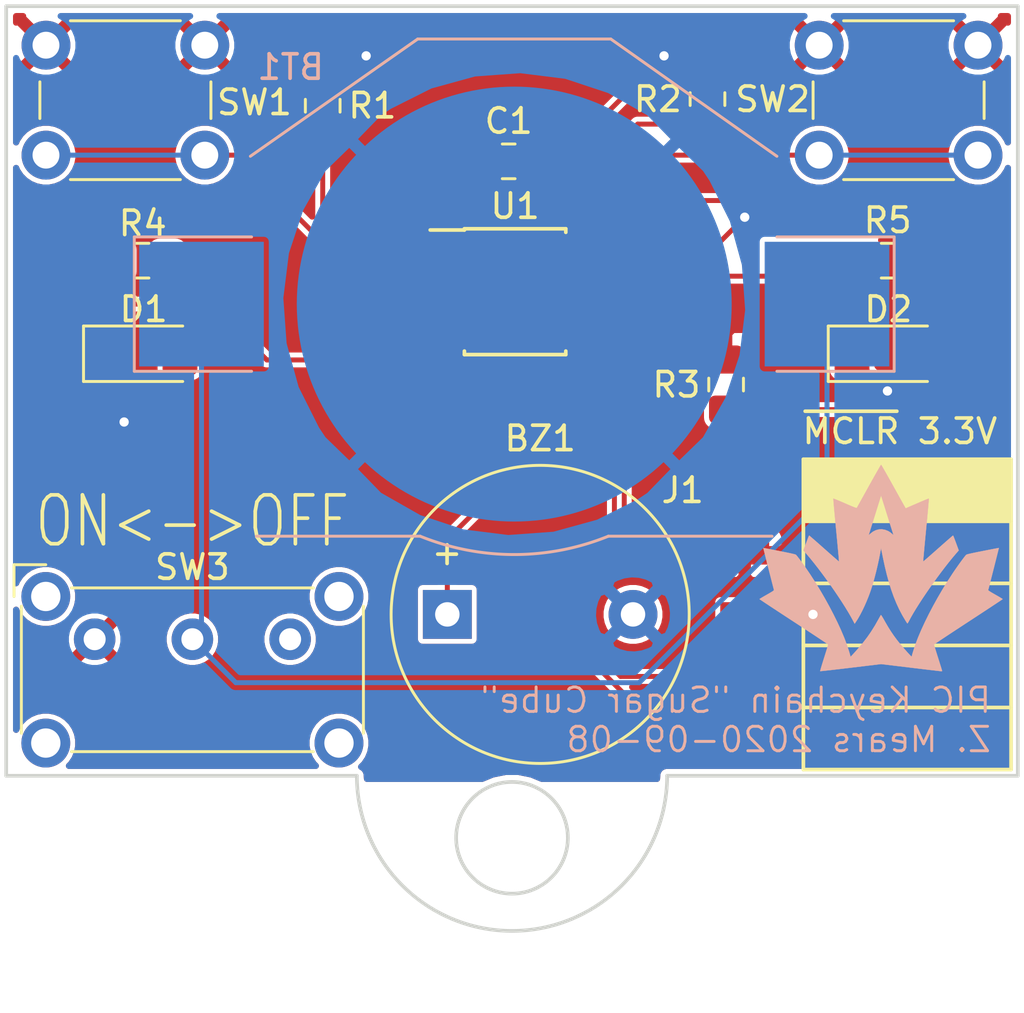
<source format=kicad_pcb>
(kicad_pcb (version 20171130) (host pcbnew "(5.1.6)-1")

  (general
    (thickness 1.6)
    (drawings 11)
    (tracks 97)
    (zones 0)
    (modules 16)
    (nets 13)
  )

  (page A4)
  (layers
    (0 F.Cu signal)
    (31 B.Cu signal)
    (32 B.Adhes user)
    (33 F.Adhes user)
    (34 B.Paste user)
    (35 F.Paste user)
    (36 B.SilkS user)
    (37 F.SilkS user)
    (38 B.Mask user)
    (39 F.Mask user)
    (40 Dwgs.User user)
    (41 Cmts.User user)
    (42 Eco1.User user)
    (43 Eco2.User user)
    (44 Edge.Cuts user)
    (45 Margin user)
    (46 B.CrtYd user)
    (47 F.CrtYd user)
    (48 B.Fab user)
    (49 F.Fab user)
  )

  (setup
    (last_trace_width 0.2032)
    (user_trace_width 0.2032)
    (trace_clearance 0.2)
    (zone_clearance 0.2032)
    (zone_45_only no)
    (trace_min 0.2032)
    (via_size 0.8)
    (via_drill 0.4)
    (via_min_size 0.381)
    (via_min_drill 0.3)
    (user_via 0.762 0.381)
    (uvia_size 0.3)
    (uvia_drill 0.1)
    (uvias_allowed no)
    (uvia_min_size 0.2)
    (uvia_min_drill 0.1)
    (edge_width 0.15)
    (segment_width 0.2)
    (pcb_text_width 0.3)
    (pcb_text_size 1.5 1.5)
    (mod_edge_width 0.15)
    (mod_text_size 1 1)
    (mod_text_width 0.15)
    (pad_size 1.524 1.524)
    (pad_drill 0.762)
    (pad_to_mask_clearance 0.051)
    (solder_mask_min_width 0.25)
    (aux_axis_origin 0 0)
    (visible_elements 7FFFFFFF)
    (pcbplotparams
      (layerselection 0x010fc_ffffffff)
      (usegerberextensions false)
      (usegerberattributes false)
      (usegerberadvancedattributes false)
      (creategerberjobfile false)
      (excludeedgelayer true)
      (linewidth 0.100000)
      (plotframeref false)
      (viasonmask false)
      (mode 1)
      (useauxorigin false)
      (hpglpennumber 1)
      (hpglpenspeed 20)
      (hpglpendiameter 15.000000)
      (psnegative false)
      (psa4output false)
      (plotreference true)
      (plotvalue true)
      (plotinvisibletext false)
      (padsonsilk false)
      (subtractmaskfromsilk false)
      (outputformat 1)
      (mirror false)
      (drillshape 1)
      (scaleselection 1)
      (outputdirectory ""))
  )

  (net 0 "")
  (net 1 "Net-(BT1-Pad1)")
  (net 2 GND)
  (net 3 "Net-(BZ1-Pad1)")
  (net 4 /~MCLR)
  (net 5 /ICSPDAT)
  (net 6 /ICSPCLK)
  (net 7 "Net-(R1-Pad1)")
  (net 8 "Net-(R2-Pad1)")
  (net 9 "Net-(D1-Pad2)")
  (net 10 "Net-(D2-Pad2)")
  (net 11 "Net-(SW3-Pad3)")
  (net 12 +3V0)

  (net_class Default "This is the default net class."
    (clearance 0.2)
    (trace_width 0.25)
    (via_dia 0.8)
    (via_drill 0.4)
    (uvia_dia 0.3)
    (uvia_drill 0.1)
    (add_net +3V0)
    (add_net /ICSPCLK)
    (add_net /ICSPDAT)
    (add_net /~MCLR)
    (add_net GND)
    (add_net "Net-(BT1-Pad1)")
    (add_net "Net-(BZ1-Pad1)")
    (add_net "Net-(D1-Pad2)")
    (add_net "Net-(D2-Pad2)")
    (add_net "Net-(R1-Pad1)")
    (add_net "Net-(R2-Pad1)")
    (add_net "Net-(SW3-Pad3)")
  )

  (module new_lib:Logo_SilkScreen_10mm (layer B.Cu) (tedit 0) (tstamp 5F57FE9B)
    (at 176.53 109.093 180)
    (fp_text reference G*** (at 0 0) (layer B.SilkS) hide
      (effects (font (size 1.524 1.524) (thickness 0.3)) (justify mirror))
    )
    (fp_text value LOGO (at 0.75 0) (layer B.SilkS) hide
      (effects (font (size 1.524 1.524) (thickness 0.3)) (justify mirror))
    )
    (fp_poly (pts (xy 0.015828 4.20419) (xy 0.037031 4.169862) (xy 0.069466 4.115012) (xy 0.112034 4.04157)
      (xy 0.163634 3.951463) (xy 0.223166 3.84662) (xy 0.28953 3.728971) (xy 0.361626 3.600444)
      (xy 0.438352 3.462967) (xy 0.504894 3.343213) (xy 0.584738 3.199267) (xy 0.660795 3.062211)
      (xy 0.731965 2.934024) (xy 0.797147 2.816689) (xy 0.855238 2.712184) (xy 0.905138 2.622491)
      (xy 0.945745 2.54959) (xy 0.975959 2.495461) (xy 0.994678 2.462084) (xy 1.000667 2.451606)
      (xy 1.009114 2.448799) (xy 1.028819 2.4521) (xy 1.061826 2.462298) (xy 1.11018 2.480183)
      (xy 1.175923 2.506544) (xy 1.261102 2.542169) (xy 1.36776 2.587848) (xy 1.481565 2.63723)
      (xy 1.588458 2.683481) (xy 1.687265 2.725604) (xy 1.775109 2.76242) (xy 1.849113 2.79275)
      (xy 1.906398 2.815415) (xy 1.944086 2.829237) (xy 1.959301 2.833036) (xy 1.959399 2.832966)
      (xy 1.95936 2.818154) (xy 1.95679 2.777584) (xy 1.951859 2.713202) (xy 1.944742 2.626956)
      (xy 1.93561 2.520791) (xy 1.924635 2.396654) (xy 1.91199 2.256491) (xy 1.897848 2.102249)
      (xy 1.88238 1.935873) (xy 1.86576 1.75931) (xy 1.848159 1.574507) (xy 1.845212 1.543774)
      (xy 1.827441 1.357885) (xy 1.810564 1.179973) (xy 1.794758 1.01198) (xy 1.780198 0.855846)
      (xy 1.767063 0.713512) (xy 1.755528 0.586918) (xy 1.745769 0.478005) (xy 1.737965 0.388715)
      (xy 1.732291 0.320987) (xy 1.728923 0.276762) (xy 1.72804 0.257981) (xy 1.728145 0.257462)
      (xy 1.739303 0.265379) (xy 1.769375 0.290227) (xy 1.816513 0.330395) (xy 1.878867 0.384274)
      (xy 1.954591 0.450255) (xy 2.041835 0.526728) (xy 2.138751 0.612082) (xy 2.24349 0.704709)
      (xy 2.336122 0.786921) (xy 2.446216 0.884613) (xy 2.550199 0.976554) (xy 2.6462 1.06111)
      (xy 2.732348 1.136648) (xy 2.806769 1.201535) (xy 2.867594 1.254139) (xy 2.912949 1.292826)
      (xy 2.940964 1.315965) (xy 2.949706 1.322191) (xy 2.953955 1.319075) (xy 2.960484 1.308184)
      (xy 2.970198 1.287205) (xy 2.984002 1.253823) (xy 3.002801 1.205724) (xy 3.027501 1.140596)
      (xy 3.059006 1.056123) (xy 3.098222 0.949993) (xy 3.143506 0.826834) (xy 3.184853 0.714216)
      (xy 3.066252 0.577396) (xy 2.913232 0.396389) (xy 2.752733 0.19821) (xy 2.587007 -0.01392)
      (xy 2.418306 -0.236782) (xy 2.248879 -0.467156) (xy 2.080979 -0.701821) (xy 1.916857 -0.937558)
      (xy 1.758764 -1.171146) (xy 1.608952 -1.399366) (xy 1.469672 -1.618997) (xy 1.343174 -1.826819)
      (xy 1.231711 -2.019613) (xy 1.164384 -2.142873) (xy 1.088801 -2.285245) (xy 1.042889 -2.218515)
      (xy 0.955367 -2.08179) (xy 0.864677 -1.922444) (xy 0.772999 -1.745174) (xy 0.682514 -1.554674)
      (xy 0.595404 -1.355642) (xy 0.513849 -1.152774) (xy 0.440031 -0.950765) (xy 0.403615 -0.842028)
      (xy 0.337949 -0.62796) (xy 0.272222 -0.392794) (xy 0.208089 -0.143211) (xy 0.147209 0.114104)
      (xy 0.091237 0.372469) (xy 0.047692 0.593606) (xy 0.008258 0.804473) (xy -0.063393 0.447469)
      (xy -0.142574 0.075696) (xy -0.225986 -0.27058) (xy -0.31438 -0.593476) (xy -0.408506 -0.895112)
      (xy -0.509115 -1.177606) (xy -0.616957 -1.443077) (xy -0.732782 -1.693644) (xy -0.85734 -1.931427)
      (xy -0.979463 -2.139377) (xy -1.012713 -2.192208) (xy -1.041137 -2.235711) (xy -1.061286 -2.264711)
      (xy -1.069108 -2.273978) (xy -1.079439 -2.265278) (xy -1.098669 -2.236679) (xy -1.123527 -2.193318)
      (xy -1.138075 -2.165697) (xy -1.21897 -2.014968) (xy -1.316218 -1.846122) (xy -1.427842 -1.66199)
      (xy -1.551868 -1.465403) (xy -1.686319 -1.259194) (xy -1.829219 -1.046193) (xy -1.978592 -0.829232)
      (xy -2.132462 -0.611144) (xy -2.288853 -0.394758) (xy -2.445789 -0.182908) (xy -2.601294 0.021575)
      (xy -2.753392 0.215861) (xy -2.900107 0.397116) (xy -3.039463 0.562511) (xy -3.052334 0.577396)
      (xy -3.170935 0.714216) (xy -3.129588 0.826834) (xy -3.082192 0.955729) (xy -3.043369 1.060764)
      (xy -3.012217 1.144252) (xy -2.987831 1.208505) (xy -2.969307 1.255836) (xy -2.955741 1.288557)
      (xy -2.946229 1.30898) (xy -2.939867 1.319418) (xy -2.935936 1.322191) (xy -2.923756 1.313199)
      (xy -2.892673 1.287311) (xy -2.844561 1.246159) (xy -2.78129 1.191374) (xy -2.704733 1.124589)
      (xy -2.616761 1.047435) (xy -2.519245 0.961545) (xy -2.414058 0.868549) (xy -2.322198 0.787076)
      (xy -2.212273 0.689619) (xy -2.108627 0.598076) (xy -2.013108 0.514055) (xy -1.927564 0.439165)
      (xy -1.853844 0.375017) (xy -1.793796 0.32322) (xy -1.749268 0.285382) (xy -1.72211 0.263113)
      (xy -1.714072 0.257617) (xy -1.714551 0.271982) (xy -1.717541 0.312113) (xy -1.722867 0.376068)
      (xy -1.73035 0.461907) (xy -1.739814 0.567691) (xy -1.751083 0.691478) (xy -1.763979 0.831328)
      (xy -1.778325 0.985301) (xy -1.793946 1.151457) (xy -1.810663 1.327854) (xy -1.812823 1.350483)
      (xy -0.498761 1.350483) (xy -0.493675 1.348998) (xy -0.473224 1.36406) (xy -0.441665 1.392473)
      (xy -0.437581 1.396389) (xy -0.388345 1.437374) (xy -0.327164 1.479385) (xy -0.271397 1.511143)
      (xy -0.147176 1.558313) (xy -0.021078 1.578452) (xy 0.104146 1.57198) (xy 0.225743 1.539315)
      (xy 0.340961 1.480875) (xy 0.440904 1.402894) (xy 0.476523 1.371162) (xy 0.501807 1.351752)
      (xy 0.512583 1.347753) (xy 0.512361 1.350027) (xy 0.506993 1.366766) (xy 0.494093 1.407698)
      (xy 0.474407 1.470438) (xy 0.448681 1.552604) (xy 0.417659 1.651809) (xy 0.382088 1.765672)
      (xy 0.342713 1.891807) (xy 0.30028 2.027831) (xy 0.257759 2.164219) (xy 0.213294 2.3068)
      (xy 0.171315 2.441258) (xy 0.132546 2.565278) (xy 0.097713 2.676544) (xy 0.067542 2.772744)
      (xy 0.04276 2.851562) (xy 0.024091 2.910684) (xy 0.012262 2.947795) (xy 0.008008 2.960576)
      (xy 0.003539 2.948225) (xy -0.00847 2.91158) (xy -0.027297 2.852928) (xy -0.052218 2.774556)
      (xy -0.082511 2.678752) (xy -0.117452 2.567801) (xy -0.156318 2.443991) (xy -0.198386 2.309609)
      (xy -0.242834 2.167261) (xy -0.287598 2.023783) (xy -0.330019 1.887936) (xy -0.369353 1.762099)
      (xy -0.404854 1.648647) (xy -0.435777 1.549958) (xy -0.461378 1.46841) (xy -0.480913 1.406379)
      (xy -0.493635 1.366243) (xy -0.498761 1.350483) (xy -1.812823 1.350483) (xy -1.8283 1.512553)
      (xy -1.831294 1.543774) (xy -1.849037 1.729738) (xy -1.865825 1.90778) (xy -1.881486 2.075955)
      (xy -1.895848 2.232315) (xy -1.908738 2.374914) (xy -1.919984 2.501805) (xy -1.929414 2.611042)
      (xy -1.936856 2.700678) (xy -1.942138 2.768767) (xy -1.945087 2.813361) (xy -1.945531 2.832516)
      (xy -1.945354 2.833093) (xy -1.931029 2.829744) (xy -1.894125 2.816337) (xy -1.837528 2.794052)
      (xy -1.764125 2.764068) (xy -1.676803 2.727565) (xy -1.57845 2.685723) (xy -1.471952 2.639722)
      (xy -1.469751 2.638764) (xy -1.363229 2.59246) (xy -1.264989 2.549862) (xy -1.177895 2.512203)
      (xy -1.104808 2.480716) (xy -1.04859 2.456634) (xy -1.012103 2.441191) (xy -0.99821 2.435618)
      (xy -0.998182 2.435616) (xy -0.990831 2.447479) (xy -0.971081 2.481794) (xy -0.939996 2.536656)
      (xy -0.898646 2.610157) (xy -0.848096 2.700388) (xy -0.789414 2.805443) (xy -0.723667 2.923414)
      (xy -0.651921 3.052393) (xy -0.575245 3.190474) (xy -0.500178 3.325868) (xy -0.419703 3.470788)
      (xy -0.342937 3.608378) (xy -0.270968 3.736729) (xy -0.204884 3.853928) (xy -0.145774 3.958067)
      (xy -0.094725 4.047236) (xy -0.052826 4.119524) (xy -0.021165 4.173022) (xy -0.000831 4.205818)
      (xy 0.006959 4.216067) (xy 0.015828 4.20419)) (layer B.SilkS) (width 0.01))
    (fp_poly (pts (xy -4.798607 0.812061) (xy -4.759934 0.805201) (xy -4.699296 0.79394) (xy -4.619362 0.77879)
      (xy -4.522802 0.760258) (xy -4.412283 0.738856) (xy -4.290476 0.715091) (xy -4.160049 0.689474)
      (xy -4.157812 0.689033) (xy -3.996646 0.657053) (xy -3.86105 0.629637) (xy -3.749208 0.60637)
      (xy -3.659305 0.586841) (xy -3.589522 0.570635) (xy -3.538044 0.55734) (xy -3.503053 0.546543)
      (xy -3.482735 0.537831) (xy -3.477796 0.534392) (xy -3.452853 0.507547) (xy -3.414548 0.460689)
      (xy -3.365107 0.396868) (xy -3.306753 0.319134) (xy -3.241712 0.230537) (xy -3.172208 0.134126)
      (xy -3.100467 0.032952) (xy -3.028712 -0.069937) (xy -2.95917 -0.17149) (xy -2.915454 -0.236467)
      (xy -2.708917 -0.554668) (xy -2.506563 -0.883552) (xy -2.310692 -1.218858) (xy -2.123603 -1.556325)
      (xy -1.947597 -1.891694) (xy -1.784974 -2.220703) (xy -1.638032 -2.539092) (xy -1.510437 -2.839233)
      (xy -1.478268 -2.92126) (xy -1.443301 -3.014875) (xy -1.407179 -3.115236) (xy -1.37154 -3.217498)
      (xy -1.338027 -3.316817) (xy -1.30828 -3.408352) (xy -1.28394 -3.487258) (xy -1.266648 -3.548691)
      (xy -1.259223 -3.580744) (xy -1.250707 -3.61403) (xy -1.24176 -3.631689) (xy -1.239847 -3.632548)
      (xy -1.226492 -3.622468) (xy -1.197856 -3.594284) (xy -1.156709 -3.551081) (xy -1.105824 -3.495946)
      (xy -1.047969 -3.431962) (xy -0.985916 -3.362216) (xy -0.922436 -3.289793) (xy -0.860298 -3.217778)
      (xy -0.802273 -3.149256) (xy -0.759902 -3.098079) (xy -0.630138 -2.93428) (xy -0.510641 -2.772245)
      (xy -0.397166 -2.605624) (xy -0.285465 -2.428069) (xy -0.171293 -2.233229) (xy -0.118377 -2.138942)
      (xy -0.078974 -2.069513) (xy -0.043669 -2.010332) (xy -0.01476 -1.96501) (xy 0.005455 -1.937158)
      (xy 0.014518 -1.930175) (xy 0.025052 -1.946292) (xy 0.045685 -1.981695) (xy 0.07341 -2.031112)
      (xy 0.104356 -2.087672) (xy 0.258177 -2.359432) (xy 0.414493 -2.609619) (xy 0.57742 -2.84445)
      (xy 0.751074 -3.070139) (xy 0.772674 -3.096713) (xy 0.825561 -3.160421) (xy 0.884768 -3.23008)
      (xy 0.947533 -3.302611) (xy 1.01109 -3.374936) (xy 1.072678 -3.443977) (xy 1.129532 -3.506657)
      (xy 1.178889 -3.559896) (xy 1.217984 -3.600618) (xy 1.244055 -3.625743) (xy 1.253765 -3.632548)
      (xy 1.262257 -3.620361) (xy 1.271219 -3.590137) (xy 1.273141 -3.580744) (xy 1.283971 -3.535851)
      (xy 1.303097 -3.4698) (xy 1.328879 -3.387434) (xy 1.359676 -3.293597) (xy 1.393847 -3.193133)
      (xy 1.429751 -3.090886) (xy 1.465746 -2.991697) (xy 1.500193 -2.900412) (xy 1.524355 -2.839233)
      (xy 1.650984 -2.541402) (xy 1.795317 -2.228521) (xy 1.955035 -1.904883) (xy 2.127823 -1.574779)
      (xy 2.311365 -1.242501) (xy 2.503344 -0.912342) (xy 2.701444 -0.588592) (xy 2.903349 -0.275543)
      (xy 2.92799 -0.238501) (xy 2.994755 -0.139644) (xy 3.065222 -0.037388) (xy 3.137169 0.065222)
      (xy 3.208376 0.165141) (xy 3.276624 0.259322) (xy 3.33969 0.344722) (xy 3.395356 0.418293)
      (xy 3.4414 0.476992) (xy 3.475603 0.517772) (xy 3.491106 0.533842) (xy 3.505812 0.541779)
      (xy 3.535581 0.551868) (xy 3.582113 0.564496) (xy 3.647103 0.580047) (xy 3.732248 0.598906)
      (xy 3.839247 0.621459) (xy 3.969795 0.648091) (xy 4.12559 0.679187) (xy 4.171122 0.688184)
      (xy 4.301732 0.713873) (xy 4.423767 0.737727) (xy 4.534562 0.759237) (xy 4.631447 0.77789)
      (xy 4.711755 0.793176) (xy 4.772818 0.804585) (xy 4.81197 0.811605) (xy 4.826541 0.813726)
      (xy 4.826563 0.813714) (xy 4.823741 0.800314) (xy 4.814714 0.762709) (xy 4.800183 0.703658)
      (xy 4.780847 0.625923) (xy 4.757407 0.532262) (xy 4.730564 0.425437) (xy 4.701017 0.308206)
      (xy 4.669466 0.183332) (xy 4.636613 0.053573) (xy 4.603157 -0.07831) (xy 4.569798 -0.209557)
      (xy 4.537237 -0.337407) (xy 4.506174 -0.459102) (xy 4.47731 -0.57188) (xy 4.451344 -0.672981)
      (xy 4.428976 -0.759645) (xy 4.410908 -0.829113) (xy 4.397839 -0.878623) (xy 4.390469 -0.905416)
      (xy 4.390151 -0.906481) (xy 4.39353 -0.917082) (xy 4.410135 -0.933195) (xy 4.442117 -0.956232)
      (xy 4.49163 -0.987607) (xy 4.560826 -1.028732) (xy 4.651858 -1.081021) (xy 4.68293 -1.098633)
      (xy 4.765389 -1.14568) (xy 4.839168 -1.18857) (xy 4.900988 -1.225331) (xy 4.947572 -1.253994)
      (xy 4.975641 -1.272588) (xy 4.982575 -1.278799) (xy 4.971149 -1.287622) (xy 4.937818 -1.310694)
      (xy 4.884005 -1.347075) (xy 4.811133 -1.395826) (xy 4.720623 -1.456007) (xy 4.613899 -1.52668)
      (xy 4.492383 -1.606904) (xy 4.357497 -1.69574) (xy 4.210663 -1.792249) (xy 4.053305 -1.895492)
      (xy 3.886845 -2.004528) (xy 3.712704 -2.118419) (xy 3.577038 -2.20703) (xy 3.398018 -2.324004)
      (xy 3.2256 -2.436882) (xy 3.06121 -2.54472) (xy 2.906271 -2.646575) (xy 2.762205 -2.741504)
      (xy 2.630436 -2.828564) (xy 2.512387 -2.906813) (xy 2.409481 -2.975307) (xy 2.323143 -3.033102)
      (xy 2.254795 -3.079257) (xy 2.20586 -3.112828) (xy 2.177762 -3.132872) (xy 2.171218 -3.138466)
      (xy 2.175233 -3.15437) (xy 2.18681 -3.193896) (xy 2.205054 -3.254145) (xy 2.229073 -3.332218)
      (xy 2.257973 -3.425218) (xy 2.29086 -3.530245) (xy 2.326841 -3.6444) (xy 2.339797 -3.685334)
      (xy 2.376373 -3.801683) (xy 2.409781 -3.909715) (xy 2.439176 -4.006568) (xy 2.463716 -4.089382)
      (xy 2.482557 -4.155297) (xy 2.494856 -4.201452) (xy 2.49977 -4.224987) (xy 2.499579 -4.227362)
      (xy 2.484731 -4.227074) (xy 2.444222 -4.223633) (xy 2.380023 -4.217262) (xy 2.294104 -4.20818)
      (xy 2.188433 -4.196609) (xy 2.064982 -4.182769) (xy 1.925721 -4.166882) (xy 1.772618 -4.149167)
      (xy 1.607645 -4.129847) (xy 1.432771 -4.109142) (xy 1.249966 -4.087273) (xy 1.248729 -4.087124)
      (xy 0.006959 -3.937808) (xy -1.209364 -4.084411) (xy -1.390959 -4.106254) (xy -1.565083 -4.127114)
      (xy -1.729692 -4.146748) (xy -1.882745 -4.164919) (xy -2.022197 -4.181387) (xy -2.146006 -4.195911)
      (xy -2.25213 -4.208251) (xy -2.338524 -4.218169) (xy -2.403146 -4.225423) (xy -2.443953 -4.229775)
      (xy -2.458488 -4.231014) (xy -2.483686 -4.226837) (xy -2.491288 -4.219463) (xy -2.487212 -4.204076)
      (xy -2.475584 -4.165068) (xy -2.457304 -4.105338) (xy -2.433273 -4.027788) (xy -2.404389 -3.935316)
      (xy -2.371554 -3.830824) (xy -2.335666 -3.71721) (xy -2.324274 -3.681261) (xy -2.287615 -3.565287)
      (xy -2.253743 -3.457408) (xy -2.223559 -3.360546) (xy -2.197965 -3.277627) (xy -2.177861 -3.211575)
      (xy -2.164149 -3.165316) (xy -2.15773 -3.141773) (xy -2.157361 -3.139579) (xy -2.168803 -3.130202)
      (xy -2.202154 -3.10659) (xy -2.255993 -3.069688) (xy -2.328894 -3.020439) (xy -2.419435 -2.959787)
      (xy -2.526194 -2.888679) (xy -2.647747 -2.808056) (xy -2.782671 -2.718865) (xy -2.929543 -2.622049)
      (xy -3.08694 -2.518552) (xy -3.253438 -2.409319) (xy -3.427616 -2.295295) (xy -3.563059 -2.20679)
      (xy -3.742051 -2.089835) (xy -3.914438 -1.977031) (xy -4.078797 -1.869315) (xy -4.233705 -1.767627)
      (xy -4.377741 -1.672907) (xy -4.509483 -1.586094) (xy -4.627508 -1.508127) (xy -4.730394 -1.439944)
      (xy -4.816718 -1.382487) (xy -4.885059 -1.336692) (xy -4.933994 -1.303501) (xy -4.962101 -1.283852)
      (xy -4.968657 -1.278559) (xy -4.957049 -1.269112) (xy -4.924407 -1.248074) (xy -4.874011 -1.217414)
      (xy -4.809137 -1.179099) (xy -4.733064 -1.135097) (xy -4.669012 -1.098633) (xy -4.571185 -1.042812)
      (xy -4.495823 -0.998567) (xy -4.440774 -0.964486) (xy -4.403886 -0.939155) (xy -4.383006 -0.921163)
      (xy -4.37598 -0.909095) (xy -4.376233 -0.906481) (xy -4.383168 -0.881447) (xy -4.395853 -0.833491)
      (xy -4.413587 -0.765374) (xy -4.43567 -0.679855) (xy -4.461402 -0.579697) (xy -4.490082 -0.467658)
      (xy -4.521011 -0.3465) (xy -4.553488 -0.218983) (xy -4.586814 -0.087868) (xy -4.620287 0.044086)
      (xy -4.653208 0.174118) (xy -4.684876 0.299466) (xy -4.714591 0.417372) (xy -4.741654 0.525074)
      (xy -4.765363 0.619812) (xy -4.785019 0.698825) (xy -4.799921 0.759353) (xy -4.80937 0.798636)
      (xy -4.812665 0.813913) (xy -4.812646 0.814013) (xy -4.798607 0.812061)) (layer B.SilkS) (width 0.01))
  )

  (module Battery:BatteryHolder_Keystone_3002_1x2032 (layer B.Cu) (tedit 5D9C7E9A) (tstamp 5F57B0DF)
    (at 161.509001 98.298)
    (descr https://www.tme.eu/it/Document/a823211ec201a9e209042d155fe22d2b/KEYS2996.pdf)
    (tags "BR2016 CR2016 DL2016 BR2020 CL2020 BR2025 CR2025 DL2025 DR2032 CR2032 DL2032")
    (path /5F540ABC)
    (attr smd)
    (fp_text reference BT1 (at -9.15 -9.7) (layer B.SilkS)
      (effects (font (size 1 1) (thickness 0.15)) (justify mirror))
    )
    (fp_text value Battery_Holder (at 0 11) (layer B.Fab)
      (effects (font (size 1 1) (thickness 0.15)) (justify mirror))
    )
    (fp_line (start 15.55 2.75) (end 10.75 2.75) (layer B.SilkS) (width 0.12))
    (fp_line (start 15.55 -2.75) (end 15.55 2.75) (layer B.SilkS) (width 0.12))
    (fp_line (start 10.75 -2.75) (end 15.55 -2.75) (layer B.SilkS) (width 0.12))
    (fp_line (start -15.55 -2.75) (end -10.75 -2.75) (layer B.SilkS) (width 0.12))
    (fp_line (start -15.55 2.75) (end -15.55 -2.75) (layer B.SilkS) (width 0.12))
    (fp_line (start -10.75 2.75) (end -15.55 2.75) (layer B.SilkS) (width 0.12))
    (fp_line (start -15.85 -3.05) (end -15.85 3.05) (layer B.CrtYd) (width 0.05))
    (fp_line (start -11.05 -3.05) (end -15.85 -3.05) (layer B.CrtYd) (width 0.05))
    (fp_line (start -11.05 -6.35) (end -11.05 -3.05) (layer B.CrtYd) (width 0.05))
    (fp_line (start -4.3 -11.1) (end -11.05 -6.35) (layer B.CrtYd) (width 0.05))
    (fp_line (start 4.3 -11.1) (end -4.3 -11.1) (layer B.CrtYd) (width 0.05))
    (fp_line (start 11.05 -6.35) (end 4.3 -11.1) (layer B.CrtYd) (width 0.05))
    (fp_line (start 11.05 -3.05) (end 11.05 -6.35) (layer B.CrtYd) (width 0.05))
    (fp_line (start 15.85 -3.05) (end 11.05 -3.05) (layer B.CrtYd) (width 0.05))
    (fp_line (start 15.85 3.05) (end 15.85 -3.05) (layer B.CrtYd) (width 0.05))
    (fp_line (start 11.05 3.05) (end 15.85 3.05) (layer B.CrtYd) (width 0.05))
    (fp_line (start 11.05 9.8) (end 11.05 3.05) (layer B.CrtYd) (width 0.05))
    (fp_line (start 11.05 9.8) (end 3.9 9.8) (layer B.CrtYd) (width 0.05))
    (fp_line (start -11.05 9.8) (end -3.9 9.8) (layer B.CrtYd) (width 0.05))
    (fp_line (start -11.05 3.05) (end -11.05 9.8) (layer B.CrtYd) (width 0.05))
    (fp_line (start -15.85 3.05) (end -11.05 3.05) (layer B.CrtYd) (width 0.05))
    (fp_line (start 10.55 9.5) (end 3.85 9.5) (layer B.SilkS) (width 0.12))
    (fp_line (start -10.55 9.5) (end -3.85 9.5) (layer B.SilkS) (width 0.12))
    (fp_circle (center 0 0) (end 10 0) (layer Dwgs.User) (width 0.2))
    (fp_line (start 10.55 -5.9) (end 3.8 -10.6) (layer B.Fab) (width 0.1))
    (fp_line (start 3.95 -10.85) (end 10.75 -6.05) (layer B.SilkS) (width 0.12))
    (fp_line (start -3.95 -10.85) (end 3.95 -10.85) (layer B.SilkS) (width 0.12))
    (fp_line (start -10.8 -6.05) (end -3.95 -10.85) (layer B.SilkS) (width 0.12))
    (fp_line (start -10.55 -5.85) (end -3.8 -10.6) (layer B.Fab) (width 0.1))
    (fp_line (start -10.55 2.55) (end -10.55 9.3) (layer B.Fab) (width 0.1))
    (fp_line (start 10.55 9.3) (end -10.55 9.3) (layer B.Fab) (width 0.1))
    (fp_line (start 10.55 2.55) (end 10.55 9.3) (layer B.Fab) (width 0.1))
    (fp_line (start 15.35 2.55) (end 10.55 2.55) (layer B.Fab) (width 0.1))
    (fp_line (start 15.35 -2.55) (end 15.35 2.55) (layer B.Fab) (width 0.1))
    (fp_line (start 10.55 -2.55) (end 15.35 -2.55) (layer B.Fab) (width 0.1))
    (fp_line (start -3.8 -10.6) (end 3.8 -10.6) (layer B.Fab) (width 0.1))
    (fp_line (start 10.55 -2.55) (end 10.55 -5.9) (layer B.Fab) (width 0.1))
    (fp_line (start -10.55 -2.55) (end -10.55 -5.85) (layer B.Fab) (width 0.1))
    (fp_line (start -15.35 2.55) (end -10.55 2.55) (layer B.Fab) (width 0.1))
    (fp_line (start -15.35 -2.55) (end -10.55 -2.55) (layer B.Fab) (width 0.1))
    (fp_line (start -15.35 2.55) (end -15.35 -2.55) (layer B.Fab) (width 0.1))
    (fp_text user %R (at -9.15 -9.7) (layer B.Fab)
      (effects (font (size 1 1) (thickness 0.15)) (justify mirror))
    )
    (fp_arc (start 0 0) (end 3.9 9.8) (angle 43.40107348) (layer B.CrtYd) (width 0.05))
    (fp_arc (start 0 0) (end 3.85 9.5) (angle 44.1) (layer B.SilkS) (width 0.12))
    (pad 1 smd rect (at 12.8 0) (size 5.1 5.1) (layers B.Cu B.Paste B.Mask)
      (net 1 "Net-(BT1-Pad1)"))
    (pad 1 smd rect (at -12.8 0) (size 5.1 5.1) (layers B.Cu B.Paste B.Mask)
      (net 1 "Net-(BT1-Pad1)"))
    (pad 2 smd circle (at 0 0) (size 17.8 17.8) (layers B.Cu B.Mask)
      (net 2 GND))
    (model ${KISYS3DMOD}/Battery.3dshapes/BatteryHolder_Keystone_3002_1x2032.wrl
      (at (xyz 0 0 0))
      (scale (xyz 1 1 1))
      (rotate (xyz 0 0 0))
    )
  )

  (module Buzzer_Beeper:Buzzer_12x9.5RM7.6 (layer F.Cu) (tedit 5A030281) (tstamp 5F586711)
    (at 158.77 110.998)
    (descr "Generic Buzzer, D12mm height 9.5mm with RM7.6mm")
    (tags buzzer)
    (path /5F549132)
    (fp_text reference BZ1 (at 3.8 -7.2) (layer F.SilkS)
      (effects (font (size 1 1) (thickness 0.15)))
    )
    (fp_text value Buzzer (at 3.8 7.4) (layer F.Fab)
      (effects (font (size 1 1) (thickness 0.15)))
    )
    (fp_circle (center 3.8 0) (end 9.9 0) (layer F.SilkS) (width 0.12))
    (fp_circle (center 3.8 0) (end 4.8 0) (layer F.Fab) (width 0.1))
    (fp_circle (center 3.8 0) (end 9.8 0) (layer F.Fab) (width 0.1))
    (fp_circle (center 3.8 0) (end 10.05 0) (layer F.CrtYd) (width 0.05))
    (fp_text user + (at -0.01 -2.54) (layer F.Fab)
      (effects (font (size 1 1) (thickness 0.15)))
    )
    (fp_text user + (at -0.01 -2.54) (layer F.SilkS)
      (effects (font (size 1 1) (thickness 0.15)))
    )
    (fp_text user %R (at 3.8 -4) (layer F.Fab)
      (effects (font (size 1 1) (thickness 0.15)))
    )
    (pad 1 thru_hole rect (at 0 0) (size 2 2) (drill 1) (layers *.Cu *.Mask)
      (net 3 "Net-(BZ1-Pad1)"))
    (pad 2 thru_hole circle (at 7.6 0) (size 2 2) (drill 1) (layers *.Cu *.Mask)
      (net 2 GND))
    (model ${KISYS3DMOD}/Buzzer_Beeper.3dshapes/Buzzer_12x9.5RM7.6.wrl
      (at (xyz 0 0 0))
      (scale (xyz 1 1 1))
      (rotate (xyz 0 0 0))
    )
  )

  (module Capacitor_SMD:C_0805_2012Metric_Pad1.15x1.40mm_HandSolder (layer F.Cu) (tedit 5B36C52B) (tstamp 5F56DBF4)
    (at 161.281 92.456)
    (descr "Capacitor SMD 0805 (2012 Metric), square (rectangular) end terminal, IPC_7351 nominal with elongated pad for handsoldering. (Body size source: https://docs.google.com/spreadsheets/d/1BsfQQcO9C6DZCsRaXUlFlo91Tg2WpOkGARC1WS5S8t0/edit?usp=sharing), generated with kicad-footprint-generator")
    (tags "capacitor handsolder")
    (path /5F540CB8)
    (attr smd)
    (fp_text reference C1 (at 0 -1.65) (layer F.SilkS)
      (effects (font (size 1 1) (thickness 0.15)))
    )
    (fp_text value 0.1uF (at 0 1.65) (layer F.Fab)
      (effects (font (size 1 1) (thickness 0.15)))
    )
    (fp_line (start 1.85 0.95) (end -1.85 0.95) (layer F.CrtYd) (width 0.05))
    (fp_line (start 1.85 -0.95) (end 1.85 0.95) (layer F.CrtYd) (width 0.05))
    (fp_line (start -1.85 -0.95) (end 1.85 -0.95) (layer F.CrtYd) (width 0.05))
    (fp_line (start -1.85 0.95) (end -1.85 -0.95) (layer F.CrtYd) (width 0.05))
    (fp_line (start -0.261252 0.71) (end 0.261252 0.71) (layer F.SilkS) (width 0.12))
    (fp_line (start -0.261252 -0.71) (end 0.261252 -0.71) (layer F.SilkS) (width 0.12))
    (fp_line (start 1 0.6) (end -1 0.6) (layer F.Fab) (width 0.1))
    (fp_line (start 1 -0.6) (end 1 0.6) (layer F.Fab) (width 0.1))
    (fp_line (start -1 -0.6) (end 1 -0.6) (layer F.Fab) (width 0.1))
    (fp_line (start -1 0.6) (end -1 -0.6) (layer F.Fab) (width 0.1))
    (fp_text user %R (at 0 0) (layer F.Fab)
      (effects (font (size 0.5 0.5) (thickness 0.08)))
    )
    (pad 1 smd roundrect (at -1.025 0) (size 1.15 1.4) (layers F.Cu F.Paste F.Mask) (roundrect_rratio 0.217391)
      (net 12 +3V0))
    (pad 2 smd roundrect (at 1.025 0) (size 1.15 1.4) (layers F.Cu F.Paste F.Mask) (roundrect_rratio 0.217391)
      (net 2 GND))
    (model ${KISYS3DMOD}/Capacitor_SMD.3dshapes/C_0805_2012Metric.wrl
      (at (xyz 0 0 0))
      (scale (xyz 1 1 1))
      (rotate (xyz 0 0 0))
    )
  )

  (module Resistor_SMD:R_0805_2012Metric_Pad1.15x1.40mm_HandSolder (layer F.Cu) (tedit 5B36C52B) (tstamp 5F58677E)
    (at 153.67 90.179 90)
    (descr "Resistor SMD 0805 (2012 Metric), square (rectangular) end terminal, IPC_7351 nominal with elongated pad for handsoldering. (Body size source: https://docs.google.com/spreadsheets/d/1BsfQQcO9C6DZCsRaXUlFlo91Tg2WpOkGARC1WS5S8t0/edit?usp=sharing), generated with kicad-footprint-generator")
    (tags "resistor handsolder")
    (path /5F5413E3)
    (attr smd)
    (fp_text reference R1 (at 0 2.032 180) (layer F.SilkS)
      (effects (font (size 1 1) (thickness 0.15)))
    )
    (fp_text value 10k (at 0 1.65 90) (layer F.Fab)
      (effects (font (size 1 1) (thickness 0.15)))
    )
    (fp_line (start -1 0.6) (end -1 -0.6) (layer F.Fab) (width 0.1))
    (fp_line (start -1 -0.6) (end 1 -0.6) (layer F.Fab) (width 0.1))
    (fp_line (start 1 -0.6) (end 1 0.6) (layer F.Fab) (width 0.1))
    (fp_line (start 1 0.6) (end -1 0.6) (layer F.Fab) (width 0.1))
    (fp_line (start -0.261252 -0.71) (end 0.261252 -0.71) (layer F.SilkS) (width 0.12))
    (fp_line (start -0.261252 0.71) (end 0.261252 0.71) (layer F.SilkS) (width 0.12))
    (fp_line (start -1.85 0.95) (end -1.85 -0.95) (layer F.CrtYd) (width 0.05))
    (fp_line (start -1.85 -0.95) (end 1.85 -0.95) (layer F.CrtYd) (width 0.05))
    (fp_line (start 1.85 -0.95) (end 1.85 0.95) (layer F.CrtYd) (width 0.05))
    (fp_line (start 1.85 0.95) (end -1.85 0.95) (layer F.CrtYd) (width 0.05))
    (fp_text user %R (at 0 0 90) (layer F.Fab)
      (effects (font (size 0.5 0.5) (thickness 0.08)))
    )
    (pad 2 smd roundrect (at 1.025 0 90) (size 1.15 1.4) (layers F.Cu F.Paste F.Mask) (roundrect_rratio 0.217391)
      (net 2 GND))
    (pad 1 smd roundrect (at -1.025 0 90) (size 1.15 1.4) (layers F.Cu F.Paste F.Mask) (roundrect_rratio 0.217391)
      (net 7 "Net-(R1-Pad1)"))
    (model ${KISYS3DMOD}/Resistor_SMD.3dshapes/R_0805_2012Metric.wrl
      (at (xyz 0 0 0))
      (scale (xyz 1 1 1))
      (rotate (xyz 0 0 0))
    )
  )

  (module Resistor_SMD:R_0805_2012Metric_Pad1.15x1.40mm_HandSolder (layer F.Cu) (tedit 5B36C52B) (tstamp 5F56A76F)
    (at 169.418 89.907 90)
    (descr "Resistor SMD 0805 (2012 Metric), square (rectangular) end terminal, IPC_7351 nominal with elongated pad for handsoldering. (Body size source: https://docs.google.com/spreadsheets/d/1BsfQQcO9C6DZCsRaXUlFlo91Tg2WpOkGARC1WS5S8t0/edit?usp=sharing), generated with kicad-footprint-generator")
    (tags "resistor handsolder")
    (path /5F541437)
    (attr smd)
    (fp_text reference R2 (at -0.009 -2.032 180) (layer F.SilkS)
      (effects (font (size 1 1) (thickness 0.15)))
    )
    (fp_text value 10k (at 0 1.65 90) (layer F.Fab)
      (effects (font (size 1 1) (thickness 0.15)))
    )
    (fp_line (start 1.85 0.95) (end -1.85 0.95) (layer F.CrtYd) (width 0.05))
    (fp_line (start 1.85 -0.95) (end 1.85 0.95) (layer F.CrtYd) (width 0.05))
    (fp_line (start -1.85 -0.95) (end 1.85 -0.95) (layer F.CrtYd) (width 0.05))
    (fp_line (start -1.85 0.95) (end -1.85 -0.95) (layer F.CrtYd) (width 0.05))
    (fp_line (start -0.261252 0.71) (end 0.261252 0.71) (layer F.SilkS) (width 0.12))
    (fp_line (start -0.261252 -0.71) (end 0.261252 -0.71) (layer F.SilkS) (width 0.12))
    (fp_line (start 1 0.6) (end -1 0.6) (layer F.Fab) (width 0.1))
    (fp_line (start 1 -0.6) (end 1 0.6) (layer F.Fab) (width 0.1))
    (fp_line (start -1 -0.6) (end 1 -0.6) (layer F.Fab) (width 0.1))
    (fp_line (start -1 0.6) (end -1 -0.6) (layer F.Fab) (width 0.1))
    (fp_text user %R (at 0 0 90) (layer F.Fab)
      (effects (font (size 0.5 0.5) (thickness 0.08)))
    )
    (pad 1 smd roundrect (at -1.025 0 90) (size 1.15 1.4) (layers F.Cu F.Paste F.Mask) (roundrect_rratio 0.217391)
      (net 8 "Net-(R2-Pad1)"))
    (pad 2 smd roundrect (at 1.025 0 90) (size 1.15 1.4) (layers F.Cu F.Paste F.Mask) (roundrect_rratio 0.217391)
      (net 2 GND))
    (model ${KISYS3DMOD}/Resistor_SMD.3dshapes/R_0805_2012Metric.wrl
      (at (xyz 0 0 0))
      (scale (xyz 1 1 1))
      (rotate (xyz 0 0 0))
    )
  )

  (module Resistor_SMD:R_0805_2012Metric_Pad1.15x1.40mm_HandSolder (layer F.Cu) (tedit 5B36C52B) (tstamp 5F56DAD8)
    (at 170.18 101.591 270)
    (descr "Resistor SMD 0805 (2012 Metric), square (rectangular) end terminal, IPC_7351 nominal with elongated pad for handsoldering. (Body size source: https://docs.google.com/spreadsheets/d/1BsfQQcO9C6DZCsRaXUlFlo91Tg2WpOkGARC1WS5S8t0/edit?usp=sharing), generated with kicad-footprint-generator")
    (tags "resistor handsolder")
    (path /5F541395)
    (attr smd)
    (fp_text reference R3 (at 0.009 2.032 180) (layer F.SilkS)
      (effects (font (size 1 1) (thickness 0.15)))
    )
    (fp_text value 10k (at 0 1.65 90) (layer F.Fab)
      (effects (font (size 1 1) (thickness 0.15)))
    )
    (fp_line (start 1.85 0.95) (end -1.85 0.95) (layer F.CrtYd) (width 0.05))
    (fp_line (start 1.85 -0.95) (end 1.85 0.95) (layer F.CrtYd) (width 0.05))
    (fp_line (start -1.85 -0.95) (end 1.85 -0.95) (layer F.CrtYd) (width 0.05))
    (fp_line (start -1.85 0.95) (end -1.85 -0.95) (layer F.CrtYd) (width 0.05))
    (fp_line (start -0.261252 0.71) (end 0.261252 0.71) (layer F.SilkS) (width 0.12))
    (fp_line (start -0.261252 -0.71) (end 0.261252 -0.71) (layer F.SilkS) (width 0.12))
    (fp_line (start 1 0.6) (end -1 0.6) (layer F.Fab) (width 0.1))
    (fp_line (start 1 -0.6) (end 1 0.6) (layer F.Fab) (width 0.1))
    (fp_line (start -1 -0.6) (end 1 -0.6) (layer F.Fab) (width 0.1))
    (fp_line (start -1 0.6) (end -1 -0.6) (layer F.Fab) (width 0.1))
    (fp_text user %R (at 0 0 90) (layer F.Fab)
      (effects (font (size 0.5 0.5) (thickness 0.08)))
    )
    (pad 1 smd roundrect (at -1.025 0 270) (size 1.15 1.4) (layers F.Cu F.Paste F.Mask) (roundrect_rratio 0.217391)
      (net 12 +3V0))
    (pad 2 smd roundrect (at 1.025 0 270) (size 1.15 1.4) (layers F.Cu F.Paste F.Mask) (roundrect_rratio 0.217391)
      (net 4 /~MCLR))
    (model ${KISYS3DMOD}/Resistor_SMD.3dshapes/R_0805_2012Metric.wrl
      (at (xyz 0 0 0))
      (scale (xyz 1 1 1))
      (rotate (xyz 0 0 0))
    )
  )

  (module Resistor_SMD:R_0805_2012Metric_Pad1.15x1.40mm_HandSolder (layer F.Cu) (tedit 5B36C52B) (tstamp 5F5867B1)
    (at 146.295 96.52 180)
    (descr "Resistor SMD 0805 (2012 Metric), square (rectangular) end terminal, IPC_7351 nominal with elongated pad for handsoldering. (Body size source: https://docs.google.com/spreadsheets/d/1BsfQQcO9C6DZCsRaXUlFlo91Tg2WpOkGARC1WS5S8t0/edit?usp=sharing), generated with kicad-footprint-generator")
    (tags "resistor handsolder")
    (path /5F54130F)
    (attr smd)
    (fp_text reference R4 (at -0.009 1.524) (layer F.SilkS)
      (effects (font (size 1 1) (thickness 0.15)))
    )
    (fp_text value 200R (at 0 1.65) (layer F.Fab)
      (effects (font (size 1 1) (thickness 0.15)))
    )
    (fp_line (start 1.85 0.95) (end -1.85 0.95) (layer F.CrtYd) (width 0.05))
    (fp_line (start 1.85 -0.95) (end 1.85 0.95) (layer F.CrtYd) (width 0.05))
    (fp_line (start -1.85 -0.95) (end 1.85 -0.95) (layer F.CrtYd) (width 0.05))
    (fp_line (start -1.85 0.95) (end -1.85 -0.95) (layer F.CrtYd) (width 0.05))
    (fp_line (start -0.261252 0.71) (end 0.261252 0.71) (layer F.SilkS) (width 0.12))
    (fp_line (start -0.261252 -0.71) (end 0.261252 -0.71) (layer F.SilkS) (width 0.12))
    (fp_line (start 1 0.6) (end -1 0.6) (layer F.Fab) (width 0.1))
    (fp_line (start 1 -0.6) (end 1 0.6) (layer F.Fab) (width 0.1))
    (fp_line (start -1 -0.6) (end 1 -0.6) (layer F.Fab) (width 0.1))
    (fp_line (start -1 0.6) (end -1 -0.6) (layer F.Fab) (width 0.1))
    (fp_text user %R (at 0 0) (layer F.Fab)
      (effects (font (size 0.5 0.5) (thickness 0.08)))
    )
    (pad 1 smd roundrect (at -1.025 0 180) (size 1.15 1.4) (layers F.Cu F.Paste F.Mask) (roundrect_rratio 0.217391)
      (net 6 /ICSPCLK))
    (pad 2 smd roundrect (at 1.025 0 180) (size 1.15 1.4) (layers F.Cu F.Paste F.Mask) (roundrect_rratio 0.217391)
      (net 9 "Net-(D1-Pad2)"))
    (model ${KISYS3DMOD}/Resistor_SMD.3dshapes/R_0805_2012Metric.wrl
      (at (xyz 0 0 0))
      (scale (xyz 1 1 1))
      (rotate (xyz 0 0 0))
    )
  )

  (module Resistor_SMD:R_0805_2012Metric_Pad1.15x1.40mm_HandSolder (layer F.Cu) (tedit 5B36C52B) (tstamp 5F5867C2)
    (at 176.793 96.52)
    (descr "Resistor SMD 0805 (2012 Metric), square (rectangular) end terminal, IPC_7351 nominal with elongated pad for handsoldering. (Body size source: https://docs.google.com/spreadsheets/d/1BsfQQcO9C6DZCsRaXUlFlo91Tg2WpOkGARC1WS5S8t0/edit?usp=sharing), generated with kicad-footprint-generator")
    (tags "resistor handsolder")
    (path /5F541357)
    (attr smd)
    (fp_text reference R5 (at 0 -1.65) (layer F.SilkS)
      (effects (font (size 1 1) (thickness 0.15)))
    )
    (fp_text value 200R (at 0 1.65) (layer F.Fab)
      (effects (font (size 1 1) (thickness 0.15)))
    )
    (fp_line (start -1 0.6) (end -1 -0.6) (layer F.Fab) (width 0.1))
    (fp_line (start -1 -0.6) (end 1 -0.6) (layer F.Fab) (width 0.1))
    (fp_line (start 1 -0.6) (end 1 0.6) (layer F.Fab) (width 0.1))
    (fp_line (start 1 0.6) (end -1 0.6) (layer F.Fab) (width 0.1))
    (fp_line (start -0.261252 -0.71) (end 0.261252 -0.71) (layer F.SilkS) (width 0.12))
    (fp_line (start -0.261252 0.71) (end 0.261252 0.71) (layer F.SilkS) (width 0.12))
    (fp_line (start -1.85 0.95) (end -1.85 -0.95) (layer F.CrtYd) (width 0.05))
    (fp_line (start -1.85 -0.95) (end 1.85 -0.95) (layer F.CrtYd) (width 0.05))
    (fp_line (start 1.85 -0.95) (end 1.85 0.95) (layer F.CrtYd) (width 0.05))
    (fp_line (start 1.85 0.95) (end -1.85 0.95) (layer F.CrtYd) (width 0.05))
    (fp_text user %R (at 0 0) (layer F.Fab)
      (effects (font (size 0.5 0.5) (thickness 0.08)))
    )
    (pad 2 smd roundrect (at 1.025 0) (size 1.15 1.4) (layers F.Cu F.Paste F.Mask) (roundrect_rratio 0.217391)
      (net 10 "Net-(D2-Pad2)"))
    (pad 1 smd roundrect (at -1.025 0) (size 1.15 1.4) (layers F.Cu F.Paste F.Mask) (roundrect_rratio 0.217391)
      (net 5 /ICSPDAT))
    (model ${KISYS3DMOD}/Resistor_SMD.3dshapes/R_0805_2012Metric.wrl
      (at (xyz 0 0 0))
      (scale (xyz 1 1 1))
      (rotate (xyz 0 0 0))
    )
  )

  (module Button_Switch_THT:SW_PUSH_6mm (layer F.Cu) (tedit 5A02FE31) (tstamp 5F588513)
    (at 142.344 87.702)
    (descr https://www.omron.com/ecb/products/pdf/en-b3f.pdf)
    (tags "tact sw push 6mm")
    (path /5F540D4F)
    (fp_text reference SW1 (at 8.532 2.341) (layer F.SilkS)
      (effects (font (size 1 1) (thickness 0.15)))
    )
    (fp_text value SW_Push (at 3.75 6.7) (layer F.Fab)
      (effects (font (size 1 1) (thickness 0.15)))
    )
    (fp_circle (center 3.25 2.25) (end 1.25 2.5) (layer F.Fab) (width 0.1))
    (fp_line (start 6.75 3) (end 6.75 1.5) (layer F.SilkS) (width 0.12))
    (fp_line (start 5.5 -1) (end 1 -1) (layer F.SilkS) (width 0.12))
    (fp_line (start -0.25 1.5) (end -0.25 3) (layer F.SilkS) (width 0.12))
    (fp_line (start 1 5.5) (end 5.5 5.5) (layer F.SilkS) (width 0.12))
    (fp_line (start 8 -1.25) (end 8 5.75) (layer F.CrtYd) (width 0.05))
    (fp_line (start 7.75 6) (end -1.25 6) (layer F.CrtYd) (width 0.05))
    (fp_line (start -1.5 5.75) (end -1.5 -1.25) (layer F.CrtYd) (width 0.05))
    (fp_line (start -1.25 -1.5) (end 7.75 -1.5) (layer F.CrtYd) (width 0.05))
    (fp_line (start -1.5 6) (end -1.25 6) (layer F.CrtYd) (width 0.05))
    (fp_line (start -1.5 5.75) (end -1.5 6) (layer F.CrtYd) (width 0.05))
    (fp_line (start -1.5 -1.5) (end -1.25 -1.5) (layer F.CrtYd) (width 0.05))
    (fp_line (start -1.5 -1.25) (end -1.5 -1.5) (layer F.CrtYd) (width 0.05))
    (fp_line (start 8 -1.5) (end 8 -1.25) (layer F.CrtYd) (width 0.05))
    (fp_line (start 7.75 -1.5) (end 8 -1.5) (layer F.CrtYd) (width 0.05))
    (fp_line (start 8 6) (end 8 5.75) (layer F.CrtYd) (width 0.05))
    (fp_line (start 7.75 6) (end 8 6) (layer F.CrtYd) (width 0.05))
    (fp_line (start 0.25 -0.75) (end 3.25 -0.75) (layer F.Fab) (width 0.1))
    (fp_line (start 0.25 5.25) (end 0.25 -0.75) (layer F.Fab) (width 0.1))
    (fp_line (start 6.25 5.25) (end 0.25 5.25) (layer F.Fab) (width 0.1))
    (fp_line (start 6.25 -0.75) (end 6.25 5.25) (layer F.Fab) (width 0.1))
    (fp_line (start 3.25 -0.75) (end 6.25 -0.75) (layer F.Fab) (width 0.1))
    (fp_text user %R (at 3.25 2.25) (layer F.Fab)
      (effects (font (size 1 1) (thickness 0.15)))
    )
    (pad 2 thru_hole circle (at 0 4.5 90) (size 2 2) (drill 1.1) (layers *.Cu *.Mask)
      (net 7 "Net-(R1-Pad1)"))
    (pad 1 thru_hole circle (at 0 0 90) (size 2 2) (drill 1.1) (layers *.Cu *.Mask)
      (net 12 +3V0))
    (pad 2 thru_hole circle (at 6.5 4.5 90) (size 2 2) (drill 1.1) (layers *.Cu *.Mask)
      (net 7 "Net-(R1-Pad1)"))
    (pad 1 thru_hole circle (at 6.5 0 90) (size 2 2) (drill 1.1) (layers *.Cu *.Mask)
      (net 12 +3V0))
    (model ${KISYS3DMOD}/Button_Switch_THT.3dshapes/SW_PUSH_6mm.wrl
      (at (xyz 0 0 0))
      (scale (xyz 1 1 1))
      (rotate (xyz 0 0 0))
    )
  )

  (module Button_Switch_THT:SW_PUSH_6mm (layer F.Cu) (tedit 5A02FE31) (tstamp 5F57B00C)
    (at 173.99 87.702)
    (descr https://www.omron.com/ecb/products/pdf/en-b3f.pdf)
    (tags "tact sw push 6mm")
    (path /5F540D97)
    (fp_text reference SW2 (at -1.905 2.214) (layer F.SilkS)
      (effects (font (size 1 1) (thickness 0.15)))
    )
    (fp_text value SW_Push (at 3.75 6.7) (layer F.Fab)
      (effects (font (size 1 1) (thickness 0.15)))
    )
    (fp_line (start 3.25 -0.75) (end 6.25 -0.75) (layer F.Fab) (width 0.1))
    (fp_line (start 6.25 -0.75) (end 6.25 5.25) (layer F.Fab) (width 0.1))
    (fp_line (start 6.25 5.25) (end 0.25 5.25) (layer F.Fab) (width 0.1))
    (fp_line (start 0.25 5.25) (end 0.25 -0.75) (layer F.Fab) (width 0.1))
    (fp_line (start 0.25 -0.75) (end 3.25 -0.75) (layer F.Fab) (width 0.1))
    (fp_line (start 7.75 6) (end 8 6) (layer F.CrtYd) (width 0.05))
    (fp_line (start 8 6) (end 8 5.75) (layer F.CrtYd) (width 0.05))
    (fp_line (start 7.75 -1.5) (end 8 -1.5) (layer F.CrtYd) (width 0.05))
    (fp_line (start 8 -1.5) (end 8 -1.25) (layer F.CrtYd) (width 0.05))
    (fp_line (start -1.5 -1.25) (end -1.5 -1.5) (layer F.CrtYd) (width 0.05))
    (fp_line (start -1.5 -1.5) (end -1.25 -1.5) (layer F.CrtYd) (width 0.05))
    (fp_line (start -1.5 5.75) (end -1.5 6) (layer F.CrtYd) (width 0.05))
    (fp_line (start -1.5 6) (end -1.25 6) (layer F.CrtYd) (width 0.05))
    (fp_line (start -1.25 -1.5) (end 7.75 -1.5) (layer F.CrtYd) (width 0.05))
    (fp_line (start -1.5 5.75) (end -1.5 -1.25) (layer F.CrtYd) (width 0.05))
    (fp_line (start 7.75 6) (end -1.25 6) (layer F.CrtYd) (width 0.05))
    (fp_line (start 8 -1.25) (end 8 5.75) (layer F.CrtYd) (width 0.05))
    (fp_line (start 1 5.5) (end 5.5 5.5) (layer F.SilkS) (width 0.12))
    (fp_line (start -0.25 1.5) (end -0.25 3) (layer F.SilkS) (width 0.12))
    (fp_line (start 5.5 -1) (end 1 -1) (layer F.SilkS) (width 0.12))
    (fp_line (start 6.75 3) (end 6.75 1.5) (layer F.SilkS) (width 0.12))
    (fp_circle (center 3.25 2.25) (end 1.25 2.5) (layer F.Fab) (width 0.1))
    (fp_text user %R (at 3.25 2.25) (layer F.Fab)
      (effects (font (size 1 1) (thickness 0.15)))
    )
    (pad 1 thru_hole circle (at 6.5 0 90) (size 2 2) (drill 1.1) (layers *.Cu *.Mask)
      (net 12 +3V0))
    (pad 2 thru_hole circle (at 6.5 4.5 90) (size 2 2) (drill 1.1) (layers *.Cu *.Mask)
      (net 8 "Net-(R2-Pad1)"))
    (pad 1 thru_hole circle (at 0 0 90) (size 2 2) (drill 1.1) (layers *.Cu *.Mask)
      (net 12 +3V0))
    (pad 2 thru_hole circle (at 0 4.5 90) (size 2 2) (drill 1.1) (layers *.Cu *.Mask)
      (net 8 "Net-(R2-Pad1)"))
    (model ${KISYS3DMOD}/Button_Switch_THT.3dshapes/SW_PUSH_6mm.wrl
      (at (xyz 0 0 0))
      (scale (xyz 1 1 1))
      (rotate (xyz 0 0 0))
    )
  )

  (module Button_Switch_THT:SW_E-Switch_EG1224_SPDT_Angled (layer F.Cu) (tedit 5A02FE31) (tstamp 5F5885B3)
    (at 144.336 112.014)
    (descr "E-Switch slide switch, EG series, SPDT, right angle, http://spec_sheets.e-switch.com/specs/P040042.pdf")
    (tags "switch SPDT")
    (path /5F5411AF)
    (fp_text reference SW3 (at 4 -2.95) (layer F.SilkS)
      (effects (font (size 1 1) (thickness 0.15)))
    )
    (fp_text value SW_SPST (at 4 14.45) (layer F.Fab)
      (effects (font (size 1 1) (thickness 0.15)))
    )
    (fp_line (start -1.9 -2) (end 10.9 -2) (layer F.Fab) (width 0.1))
    (fp_line (start 10.9 -2) (end 10.9 4.5) (layer F.Fab) (width 0.1))
    (fp_line (start 10.9 4.5) (end -2.9 4.5) (layer F.Fab) (width 0.1))
    (fp_line (start -2.9 4.5) (end -2.9 -1) (layer F.Fab) (width 0.1))
    (fp_line (start 4.5 4.5) (end 4.5 13.5) (layer F.Fab) (width 0.1))
    (fp_line (start 4.5 13.5) (end -0.5 13.5) (layer F.Fab) (width 0.1))
    (fp_line (start -0.5 13.5) (end -0.5 4.5) (layer F.Fab) (width 0.1))
    (fp_line (start 11 -1.35) (end 11 3.85) (layer F.SilkS) (width 0.12))
    (fp_line (start -3 3.85) (end -3 -1.35) (layer F.SilkS) (width 0.12))
    (fp_line (start -0.95 -2.1) (end 8.95 -2.1) (layer F.SilkS) (width 0.12))
    (fp_line (start 8.95 4.6) (end -0.95 4.6) (layer F.SilkS) (width 0.12))
    (fp_line (start -3.25 -3) (end 11.25 -3) (layer F.CrtYd) (width 0.05))
    (fp_line (start 11.25 -3) (end 11.25 5.5) (layer F.CrtYd) (width 0.05))
    (fp_line (start 11.25 5.5) (end 8.75 5.5) (layer F.CrtYd) (width 0.05))
    (fp_line (start 8.75 5.5) (end 8.75 13.75) (layer F.CrtYd) (width 0.05))
    (fp_line (start 8.75 13.75) (end -0.75 13.75) (layer F.CrtYd) (width 0.05))
    (fp_line (start -0.75 13.75) (end -0.75 5.5) (layer F.CrtYd) (width 0.05))
    (fp_line (start -0.75 5.5) (end -3.25 5.5) (layer F.CrtYd) (width 0.05))
    (fp_line (start -3.25 5.5) (end -3.25 -3) (layer F.CrtYd) (width 0.05))
    (fp_line (start -1.9 -2) (end -2.9 -1) (layer F.Fab) (width 0.1))
    (fp_line (start -3.3 -1.75) (end -3.3 -3.05) (layer F.SilkS) (width 0.12))
    (fp_line (start -3.3 -3.05) (end -2 -3.05) (layer F.SilkS) (width 0.12))
    (fp_text user %R (at 4 1.25) (layer F.Fab)
      (effects (font (size 1 1) (thickness 0.1)))
    )
    (pad "" thru_hole circle (at -2 -1.75) (size 2 2) (drill 1.2) (layers *.Cu *.Mask))
    (pad "" thru_hole circle (at 10 -1.75) (size 2 2) (drill 1.2) (layers *.Cu *.Mask))
    (pad "" thru_hole circle (at 10 4.25) (size 2 2) (drill 1.2) (layers *.Cu *.Mask))
    (pad "" thru_hole circle (at -2 4.25) (size 2 2) (drill 1.2) (layers *.Cu *.Mask))
    (pad 1 thru_hole circle (at 0 0) (size 1.7 1.7) (drill 0.9) (layers *.Cu *.Mask)
      (net 12 +3V0))
    (pad 2 thru_hole circle (at 4 0) (size 1.7 1.7) (drill 0.9) (layers *.Cu *.Mask)
      (net 1 "Net-(BT1-Pad1)"))
    (pad 3 thru_hole circle (at 8 0) (size 1.7 1.7) (drill 0.9) (layers *.Cu *.Mask)
      (net 11 "Net-(SW3-Pad3)"))
    (model ${KISYS3DMOD}/Button_Switch_THT.3dshapes/SW_E-Switch_EG1224_SPDT_Angled.wrl
      (at (xyz 0 0 0))
      (scale (xyz 1 1 1))
      (rotate (xyz 0 0 0))
    )
  )

  (module Package_SO:SOIC-8_3.9x4.9mm_P1.27mm (layer F.Cu) (tedit 5A02F2D3) (tstamp 5F588014)
    (at 161.544 97.79)
    (descr "8-Lead Plastic Small Outline (SN) - Narrow, 3.90 mm Body [SOIC] (see Microchip Packaging Specification 00000049BS.pdf)")
    (tags "SOIC 1.27")
    (path /5F5409CC)
    (attr smd)
    (fp_text reference U1 (at 0 -3.5) (layer F.SilkS)
      (effects (font (size 1 1) (thickness 0.15)))
    )
    (fp_text value PIC16LF15313 (at 0 3.5) (layer F.Fab)
      (effects (font (size 1 1) (thickness 0.15)))
    )
    (fp_line (start -2.075 -2.525) (end -3.475 -2.525) (layer F.SilkS) (width 0.15))
    (fp_line (start -2.075 2.575) (end 2.075 2.575) (layer F.SilkS) (width 0.15))
    (fp_line (start -2.075 -2.575) (end 2.075 -2.575) (layer F.SilkS) (width 0.15))
    (fp_line (start -2.075 2.575) (end -2.075 2.43) (layer F.SilkS) (width 0.15))
    (fp_line (start 2.075 2.575) (end 2.075 2.43) (layer F.SilkS) (width 0.15))
    (fp_line (start 2.075 -2.575) (end 2.075 -2.43) (layer F.SilkS) (width 0.15))
    (fp_line (start -2.075 -2.575) (end -2.075 -2.525) (layer F.SilkS) (width 0.15))
    (fp_line (start -3.73 2.7) (end 3.73 2.7) (layer F.CrtYd) (width 0.05))
    (fp_line (start -3.73 -2.7) (end 3.73 -2.7) (layer F.CrtYd) (width 0.05))
    (fp_line (start 3.73 -2.7) (end 3.73 2.7) (layer F.CrtYd) (width 0.05))
    (fp_line (start -3.73 -2.7) (end -3.73 2.7) (layer F.CrtYd) (width 0.05))
    (fp_line (start -1.95 -1.45) (end -0.95 -2.45) (layer F.Fab) (width 0.1))
    (fp_line (start -1.95 2.45) (end -1.95 -1.45) (layer F.Fab) (width 0.1))
    (fp_line (start 1.95 2.45) (end -1.95 2.45) (layer F.Fab) (width 0.1))
    (fp_line (start 1.95 -2.45) (end 1.95 2.45) (layer F.Fab) (width 0.1))
    (fp_line (start -0.95 -2.45) (end 1.95 -2.45) (layer F.Fab) (width 0.1))
    (fp_text user %R (at 0 0) (layer F.Fab)
      (effects (font (size 1 1) (thickness 0.15)))
    )
    (pad 1 smd rect (at -2.7 -1.905) (size 1.55 0.6) (layers F.Cu F.Paste F.Mask)
      (net 12 +3V0))
    (pad 2 smd rect (at -2.7 -0.635) (size 1.55 0.6) (layers F.Cu F.Paste F.Mask)
      (net 7 "Net-(R1-Pad1)"))
    (pad 3 smd rect (at -2.7 0.635) (size 1.55 0.6) (layers F.Cu F.Paste F.Mask)
      (net 8 "Net-(R2-Pad1)"))
    (pad 4 smd rect (at -2.7 1.905) (size 1.55 0.6) (layers F.Cu F.Paste F.Mask)
      (net 4 /~MCLR))
    (pad 5 smd rect (at 2.7 1.905) (size 1.55 0.6) (layers F.Cu F.Paste F.Mask)
      (net 3 "Net-(BZ1-Pad1)"))
    (pad 6 smd rect (at 2.7 0.635) (size 1.55 0.6) (layers F.Cu F.Paste F.Mask)
      (net 6 /ICSPCLK))
    (pad 7 smd rect (at 2.7 -0.635) (size 1.55 0.6) (layers F.Cu F.Paste F.Mask)
      (net 5 /ICSPDAT))
    (pad 8 smd rect (at 2.7 -1.905) (size 1.55 0.6) (layers F.Cu F.Paste F.Mask)
      (net 2 GND))
    (model ${KISYS3DMOD}/Package_SO.3dshapes/SOIC-8_3.9x4.9mm_P1.27mm.wrl
      (at (xyz 0 0 0))
      (scale (xyz 1 1 1))
      (rotate (xyz 0 0 0))
    )
  )

  (module LED_SMD:LED_1206_3216Metric_Pad1.42x1.75mm_HandSolder (layer F.Cu) (tedit 5B4B45C9) (tstamp 5F58799B)
    (at 146.3405 100.33)
    (descr "LED SMD 1206 (3216 Metric), square (rectangular) end terminal, IPC_7351 nominal, (Body size source: http://www.tortai-tech.com/upload/download/2011102023233369053.pdf), generated with kicad-footprint-generator")
    (tags "LED handsolder")
    (path /5F540BBA)
    (attr smd)
    (fp_text reference D1 (at 0 -1.82) (layer F.SilkS)
      (effects (font (size 1 1) (thickness 0.15)))
    )
    (fp_text value LED (at 0 1.82) (layer F.Fab)
      (effects (font (size 1 1) (thickness 0.15)))
    )
    (fp_line (start 2.45 1.12) (end -2.45 1.12) (layer F.CrtYd) (width 0.05))
    (fp_line (start 2.45 -1.12) (end 2.45 1.12) (layer F.CrtYd) (width 0.05))
    (fp_line (start -2.45 -1.12) (end 2.45 -1.12) (layer F.CrtYd) (width 0.05))
    (fp_line (start -2.45 1.12) (end -2.45 -1.12) (layer F.CrtYd) (width 0.05))
    (fp_line (start -2.46 1.135) (end 1.6 1.135) (layer F.SilkS) (width 0.12))
    (fp_line (start -2.46 -1.135) (end -2.46 1.135) (layer F.SilkS) (width 0.12))
    (fp_line (start 1.6 -1.135) (end -2.46 -1.135) (layer F.SilkS) (width 0.12))
    (fp_line (start 1.6 0.8) (end 1.6 -0.8) (layer F.Fab) (width 0.1))
    (fp_line (start -1.6 0.8) (end 1.6 0.8) (layer F.Fab) (width 0.1))
    (fp_line (start -1.6 -0.4) (end -1.6 0.8) (layer F.Fab) (width 0.1))
    (fp_line (start -1.2 -0.8) (end -1.6 -0.4) (layer F.Fab) (width 0.1))
    (fp_line (start 1.6 -0.8) (end -1.2 -0.8) (layer F.Fab) (width 0.1))
    (fp_text user %R (at 0 0) (layer F.Fab)
      (effects (font (size 0.8 0.8) (thickness 0.12)))
    )
    (pad 1 smd roundrect (at -1.4875 0) (size 1.425 1.75) (layers F.Cu F.Paste F.Mask) (roundrect_rratio 0.175439)
      (net 2 GND))
    (pad 2 smd roundrect (at 1.4875 0) (size 1.425 1.75) (layers F.Cu F.Paste F.Mask) (roundrect_rratio 0.175439)
      (net 9 "Net-(D1-Pad2)"))
    (model ${KISYS3DMOD}/LED_SMD.3dshapes/LED_1206_3216Metric.wrl
      (at (xyz 0 0 0))
      (scale (xyz 1 1 1))
      (rotate (xyz 0 0 0))
    )
  )

  (module LED_SMD:LED_1206_3216Metric_Pad1.42x1.75mm_HandSolder (layer F.Cu) (tedit 5B4B45C9) (tstamp 5F55156E)
    (at 176.8205 100.33)
    (descr "LED SMD 1206 (3216 Metric), square (rectangular) end terminal, IPC_7351 nominal, (Body size source: http://www.tortai-tech.com/upload/download/2011102023233369053.pdf), generated with kicad-footprint-generator")
    (tags "LED handsolder")
    (path /5F540C46)
    (attr smd)
    (fp_text reference D2 (at 0 -1.82) (layer F.SilkS)
      (effects (font (size 1 1) (thickness 0.15)))
    )
    (fp_text value LED (at 0 1.82) (layer F.Fab)
      (effects (font (size 1 1) (thickness 0.15)))
    )
    (fp_line (start 1.6 -0.8) (end -1.2 -0.8) (layer F.Fab) (width 0.1))
    (fp_line (start -1.2 -0.8) (end -1.6 -0.4) (layer F.Fab) (width 0.1))
    (fp_line (start -1.6 -0.4) (end -1.6 0.8) (layer F.Fab) (width 0.1))
    (fp_line (start -1.6 0.8) (end 1.6 0.8) (layer F.Fab) (width 0.1))
    (fp_line (start 1.6 0.8) (end 1.6 -0.8) (layer F.Fab) (width 0.1))
    (fp_line (start 1.6 -1.135) (end -2.46 -1.135) (layer F.SilkS) (width 0.12))
    (fp_line (start -2.46 -1.135) (end -2.46 1.135) (layer F.SilkS) (width 0.12))
    (fp_line (start -2.46 1.135) (end 1.6 1.135) (layer F.SilkS) (width 0.12))
    (fp_line (start -2.45 1.12) (end -2.45 -1.12) (layer F.CrtYd) (width 0.05))
    (fp_line (start -2.45 -1.12) (end 2.45 -1.12) (layer F.CrtYd) (width 0.05))
    (fp_line (start 2.45 -1.12) (end 2.45 1.12) (layer F.CrtYd) (width 0.05))
    (fp_line (start 2.45 1.12) (end -2.45 1.12) (layer F.CrtYd) (width 0.05))
    (fp_text user %R (at 0 0) (layer F.Fab)
      (effects (font (size 0.8 0.8) (thickness 0.12)))
    )
    (pad 2 smd roundrect (at 1.4875 0) (size 1.425 1.75) (layers F.Cu F.Paste F.Mask) (roundrect_rratio 0.175439)
      (net 10 "Net-(D2-Pad2)"))
    (pad 1 smd roundrect (at -1.4875 0) (size 1.425 1.75) (layers F.Cu F.Paste F.Mask) (roundrect_rratio 0.175439)
      (net 2 GND))
    (model ${KISYS3DMOD}/LED_SMD.3dshapes/LED_1206_3216Metric.wrl
      (at (xyz 0 0 0))
      (scale (xyz 1 1 1))
      (rotate (xyz 0 0 0))
    )
  )

  (module new_lib:PinHeader_5x2.54_SMD_90deg_952-3198-1-ND (layer F.Cu) (tedit 5BBBD10E) (tstamp 5F57A5F1)
    (at 170.942 105.918 270)
    (path /5F540E8E)
    (fp_text reference J1 (at 0 2.54) (layer F.SilkS)
      (effects (font (size 1 1) (thickness 0.15)))
    )
    (fp_text value Programming_Connector (at 0 -0.5 270) (layer F.Fab)
      (effects (font (size 1 1) (thickness 0.15)))
    )
    (fp_line (start -1.27 -2.4) (end 11.43 -2.4) (layer F.SilkS) (width 0.15))
    (fp_line (start -1.27 -10.9) (end 11.43 -10.9) (layer F.SilkS) (width 0.15))
    (fp_line (start -1.27 -2.4) (end -1.27 -10.9) (layer F.SilkS) (width 0.15))
    (fp_line (start 11.43 -2.4) (end 11.43 -10.9) (layer F.SilkS) (width 0.15))
    (fp_line (start 8.89 -2.4) (end 8.89 -10.9) (layer F.SilkS) (width 0.15))
    (fp_line (start 3.81 -2.4) (end 3.81 -10.9) (layer F.SilkS) (width 0.15))
    (fp_line (start 6.35 -2.4) (end 6.35 -10.9) (layer F.SilkS) (width 0.15))
    (fp_line (start 1.27 -2.4) (end 1.27 -10.9) (layer F.SilkS) (width 0.15))
    (fp_poly (pts (xy -1.2192 -10.8458) (xy 1.2192 -10.8458) (xy 1.2192 -2.4638) (xy -1.2192 -2.4638)) (layer F.SilkS) (width 0.15))
    (pad 5 smd rect (at 10.16 0 270) (size 1 2) (layers F.Cu F.Paste F.Mask)
      (net 6 /ICSPCLK))
    (pad 4 smd rect (at 7.62 0 270) (size 1 2) (layers F.Cu F.Paste F.Mask)
      (net 5 /ICSPDAT))
    (pad 3 smd rect (at 5.08 0 270) (size 1 2) (layers F.Cu F.Paste F.Mask)
      (net 2 GND))
    (pad 2 smd rect (at 2.54 0 270) (size 1 2) (layers F.Cu F.Paste F.Mask)
      (net 12 +3V0))
    (pad 1 smd rect (at 0 0 270) (size 1 2) (layers F.Cu F.Paste F.Mask)
      (net 4 /~MCLR))
  )

  (gr_line (start 161.417 117.602) (end 161.417 122.936) (layer Dwgs.User) (width 0.15))
  (gr_text ON<->OFF (at 148.336 107.188) (layer F.SilkS)
    (effects (font (size 2 1.5) (thickness 0.15)))
  )
  (gr_text "PIC Keychain \"Sugar Cube\"\nZ. Mears 2020-09-08" (at 181.102 115.316) (layer B.SilkS)
    (effects (font (size 1 1) (thickness 0.12)) (justify left mirror))
  )
  (gr_text "~MCLR~ 3.3V" (at 177.292 103.505) (layer F.SilkS)
    (effects (font (size 1 1) (thickness 0.15)))
  )
  (gr_circle (center 161.417 120.142) (end 161.417 122.428) (layer Edge.Cuts) (width 0.15) (tstamp 5F5E7B0B))
  (gr_line (start 155.067 117.602) (end 140.716 117.602) (layer Edge.Cuts) (width 0.15) (tstamp 5F5794CF))
  (gr_line (start 182.118 117.602) (end 167.767 117.602) (layer Edge.Cuts) (width 0.15) (tstamp 5F5794CE))
  (gr_arc (start 161.417 117.602) (end 155.067 117.602) (angle -180) (layer Edge.Cuts) (width 0.15) (tstamp 5F5E7B0E))
  (gr_line (start 140.716 86.106) (end 182.118 86.106) (layer Edge.Cuts) (width 0.15))
  (gr_line (start 182.118 117.602) (end 182.118 86.106) (layer Edge.Cuts) (width 0.15))
  (gr_line (start 140.716 86.106) (end 140.716 117.602) (layer Edge.Cuts) (width 0.15))

  (segment (start 174.309001 98.298) (end 174.309001 106.106999) (width 0.2032) (layer B.Cu) (net 1))
  (segment (start 174.309001 106.106999) (end 166.624 113.792) (width 0.2032) (layer B.Cu) (net 1))
  (segment (start 148.709001 111.640999) (end 148.336 112.014) (width 0.2032) (layer B.Cu) (net 1))
  (segment (start 148.709001 98.298) (end 148.709001 111.640999) (width 0.2032) (layer B.Cu) (net 1))
  (segment (start 150.114 113.792) (end 148.336 112.014) (width 0.2032) (layer B.Cu) (net 1))
  (segment (start 166.624 113.792) (end 150.114 113.792) (width 0.2032) (layer B.Cu) (net 1))
  (via (at 145.542 103.124) (size 0.762) (drill 0.381) (layers F.Cu B.Cu) (net 2))
  (segment (start 144.853 100.33) (end 144.853 102.435) (width 0.2032) (layer F.Cu) (net 2))
  (segment (start 144.853 102.435) (end 145.542 103.124) (width 0.2032) (layer F.Cu) (net 2))
  (segment (start 153.67 89.154) (end 154.432 89.154) (width 0.2032) (layer F.Cu) (net 2))
  (segment (start 154.432 89.154) (end 155.448 88.138) (width 0.2032) (layer F.Cu) (net 2))
  (via (at 155.448 88.138) (size 0.762) (drill 0.381) (layers F.Cu B.Cu) (net 2))
  (via (at 167.64 88.138) (size 0.762) (drill 0.381) (layers F.Cu B.Cu) (net 2))
  (segment (start 169.418 88.882) (end 168.384 88.882) (width 0.2032) (layer F.Cu) (net 2))
  (segment (start 168.384 88.882) (end 167.64 88.138) (width 0.2032) (layer F.Cu) (net 2))
  (via (at 176.784 101.854) (size 0.762) (drill 0.381) (layers F.Cu B.Cu) (net 2))
  (segment (start 175.333 100.33) (end 175.333 100.403) (width 0.2032) (layer F.Cu) (net 2))
  (segment (start 175.333 100.403) (end 176.784 101.854) (width 0.2032) (layer F.Cu) (net 2))
  (segment (start 163.322 92.456) (end 167.64 88.138) (width 0.2032) (layer F.Cu) (net 2))
  (segment (start 162.306 92.456) (end 163.322 92.456) (width 0.2032) (layer F.Cu) (net 2))
  (via (at 170.942 94.742) (size 0.762) (drill 0.381) (layers F.Cu B.Cu) (net 2))
  (segment (start 164.244 95.885) (end 169.799 95.885) (width 0.2032) (layer F.Cu) (net 2))
  (segment (start 169.799 95.885) (end 170.942 94.742) (width 0.2032) (layer F.Cu) (net 2))
  (via (at 173.736 110.998) (size 0.762) (drill 0.381) (layers F.Cu B.Cu) (net 2))
  (segment (start 170.942 110.998) (end 173.736 110.998) (width 0.2032) (layer F.Cu) (net 2))
  (segment (start 164.244 99.695) (end 164.244 102.456) (width 0.2032) (layer F.Cu) (net 3))
  (segment (start 158.77 107.93) (end 158.77 110.998) (width 0.2032) (layer F.Cu) (net 3))
  (segment (start 164.244 102.456) (end 158.77 107.93) (width 0.2032) (layer F.Cu) (net 3))
  (segment (start 160.256 92.456) (end 160.256 93.49) (width 0.2032) (layer F.Cu) (net 12))
  (segment (start 158.844 94.902) (end 158.844 95.885) (width 0.2032) (layer F.Cu) (net 12))
  (segment (start 160.256 93.49) (end 158.844 94.902) (width 0.2032) (layer F.Cu) (net 12))
  (segment (start 178.562 102.616) (end 170.18 102.616) (width 0.2032) (layer F.Cu) (net 4))
  (segment (start 159.893 99.695) (end 161.544 98.044) (width 0.2032) (layer F.Cu) (net 4))
  (segment (start 161.544 98.044) (end 161.544 96.52) (width 0.2032) (layer F.Cu) (net 4))
  (segment (start 158.844 99.695) (end 159.893 99.695) (width 0.2032) (layer F.Cu) (net 4))
  (segment (start 161.544 96.52) (end 162.56 95.504) (width 0.2032) (layer F.Cu) (net 4))
  (segment (start 178.943 102.235) (end 178.562 102.616) (width 0.2032) (layer F.Cu) (net 4))
  (segment (start 162.56 95.504) (end 162.687 95.377) (width 0.2032) (layer F.Cu) (net 4))
  (segment (start 175.26 105.918) (end 178.943 102.235) (width 0.2032) (layer F.Cu) (net 4))
  (segment (start 170.942 105.918) (end 175.26 105.918) (width 0.2032) (layer F.Cu) (net 4))
  (segment (start 178.943 102.235) (end 179.705 101.473) (width 0.2032) (layer F.Cu) (net 4))
  (segment (start 179.705 101.473) (end 179.705 96.139) (width 0.2032) (layer F.Cu) (net 4))
  (segment (start 179.705 96.139) (end 178.816 95.25) (width 0.2032) (layer F.Cu) (net 4))
  (segment (start 172.46025 95.25) (end 171.269649 94.059399) (width 0.2032) (layer F.Cu) (net 4))
  (segment (start 178.816 95.25) (end 172.46025 95.25) (width 0.2032) (layer F.Cu) (net 4))
  (segment (start 164.004601 94.059399) (end 162.814 95.25) (width 0.2032) (layer F.Cu) (net 4))
  (segment (start 171.269649 94.059399) (end 164.004601 94.059399) (width 0.2032) (layer F.Cu) (net 4))
  (segment (start 162.687 95.377) (end 162.814 95.25) (width 0.2032) (layer F.Cu) (net 4))
  (segment (start 162.814 95.25) (end 163.068 94.996) (width 0.2032) (layer F.Cu) (net 4))
  (segment (start 168.783 97.155) (end 172.339 97.155) (width 0.2032) (layer F.Cu) (net 5))
  (segment (start 172.974 96.52) (end 175.768 96.52) (width 0.2032) (layer F.Cu) (net 5))
  (segment (start 172.339 97.155) (end 172.974 96.52) (width 0.2032) (layer F.Cu) (net 5))
  (segment (start 168.783 97.155) (end 166.497 97.155) (width 0.2032) (layer F.Cu) (net 5))
  (segment (start 166.497 97.155) (end 164.244 97.155) (width 0.2032) (layer F.Cu) (net 5))
  (segment (start 165.2222 97.155) (end 166.01121 97.94401) (width 0.2032) (layer F.Cu) (net 5))
  (segment (start 164.244 97.155) (end 165.2222 97.155) (width 0.2032) (layer F.Cu) (net 5))
  (segment (start 166.01121 97.94401) (end 166.01121 108.30879) (width 0.2032) (layer F.Cu) (net 5))
  (segment (start 166.01121 108.30879) (end 164.338 109.982) (width 0.2032) (layer F.Cu) (net 5))
  (segment (start 164.338 109.982) (end 164.338 112.014) (width 0.2032) (layer F.Cu) (net 5))
  (segment (start 164.338 112.014) (end 165.862 113.538) (width 0.2032) (layer F.Cu) (net 5))
  (segment (start 165.862 113.538) (end 170.942 113.538) (width 0.2032) (layer F.Cu) (net 5))
  (segment (start 151.384 100.584) (end 147.32 96.52) (width 0.2032) (layer F.Cu) (net 6))
  (segment (start 161.1068 100.584) (end 151.384 100.584) (width 0.2032) (layer F.Cu) (net 6))
  (segment (start 164.244 98.425) (end 163.2658 98.425) (width 0.2032) (layer F.Cu) (net 6))
  (segment (start 163.2658 98.425) (end 161.1068 100.584) (width 0.2032) (layer F.Cu) (net 6))
  (segment (start 164.170986 112.41721) (end 167.831776 116.078) (width 0.2032) (layer F.Cu) (net 6))
  (segment (start 163.93479 112.181015) (end 164.170986 112.41721) (width 0.2032) (layer F.Cu) (net 6))
  (segment (start 165.2222 98.425) (end 165.608 98.8108) (width 0.2032) (layer F.Cu) (net 6))
  (segment (start 163.93479 109.814985) (end 163.93479 112.181015) (width 0.2032) (layer F.Cu) (net 6))
  (segment (start 164.244 98.425) (end 165.2222 98.425) (width 0.2032) (layer F.Cu) (net 6))
  (segment (start 165.608 98.8108) (end 165.608 108.141776) (width 0.2032) (layer F.Cu) (net 6))
  (segment (start 165.608 108.141776) (end 163.93479 109.814985) (width 0.2032) (layer F.Cu) (net 6))
  (segment (start 167.831776 116.078) (end 170.942 116.078) (width 0.2032) (layer F.Cu) (net 6))
  (segment (start 153.67 91.204) (end 153.67 95.758) (width 0.2032) (layer F.Cu) (net 7))
  (segment (start 155.067 97.155) (end 158.844 97.155) (width 0.2032) (layer F.Cu) (net 7))
  (segment (start 153.67 95.758) (end 155.067 97.155) (width 0.2032) (layer F.Cu) (net 7))
  (segment (start 148.844 92.202) (end 142.344 92.202) (width 0.2032) (layer B.Cu) (net 7))
  (segment (start 150.114 92.202) (end 148.844 92.202) (width 0.2032) (layer F.Cu) (net 7))
  (segment (start 153.67 95.758) (end 150.114 92.202) (width 0.2032) (layer F.Cu) (net 7))
  (segment (start 161.14079 96.352985) (end 161.376986 96.11679) (width 0.2032) (layer F.Cu) (net 8))
  (segment (start 158.844 98.425) (end 159.8222 98.425) (width 0.2032) (layer F.Cu) (net 8))
  (segment (start 161.14079 97.10641) (end 161.14079 96.352985) (width 0.2032) (layer F.Cu) (net 8))
  (segment (start 159.8222 98.425) (end 161.14079 97.10641) (width 0.2032) (layer F.Cu) (net 8))
  (segment (start 166.561776 90.932) (end 169.418 90.932) (width 0.2032) (layer F.Cu) (net 8))
  (segment (start 180.49 92.202) (end 173.99 92.202) (width 0.2032) (layer B.Cu) (net 8))
  (segment (start 173.99 92.202) (end 165.291776 92.202) (width 0.2032) (layer F.Cu) (net 8))
  (segment (start 165.291776 92.202) (end 164.687888 92.805888) (width 0.2032) (layer F.Cu) (net 8))
  (segment (start 161.376986 96.11679) (end 164.687888 92.805888) (width 0.2032) (layer F.Cu) (net 8))
  (segment (start 164.687888 92.805888) (end 166.561776 90.932) (width 0.2032) (layer F.Cu) (net 8))
  (segment (start 145.27 96.52) (end 145.27 97.772) (width 0.2032) (layer F.Cu) (net 9))
  (segment (start 145.27 97.772) (end 145.796 98.298) (width 0.2032) (layer F.Cu) (net 9))
  (segment (start 145.796 98.298) (end 147.066 98.298) (width 0.2032) (layer F.Cu) (net 9))
  (segment (start 147.828 99.06) (end 147.828 100.33) (width 0.2032) (layer F.Cu) (net 9))
  (segment (start 147.066 98.298) (end 147.828 99.06) (width 0.2032) (layer F.Cu) (net 9))
  (segment (start 177.818 96.52) (end 177.818 98.316) (width 0.2032) (layer F.Cu) (net 10))
  (segment (start 178.308 98.806) (end 178.308 100.33) (width 0.2032) (layer F.Cu) (net 10))
  (segment (start 177.818 98.316) (end 178.308 98.806) (width 0.2032) (layer F.Cu) (net 10))

  (zone (net 2) (net_name GND) (layer B.Cu) (tstamp 5F58001C) (hatch edge 0.508)
    (connect_pads (clearance 0.2032))
    (min_thickness 0.254)
    (fill yes (arc_segments 32) (thermal_gap 0.508) (thermal_bridge_width 0.508))
    (polygon
      (pts
        (xy 182.372 117.856) (xy 140.462 117.856) (xy 140.462 85.852) (xy 182.372 85.852)
      )
    )
    (filled_polygon
      (pts
        (xy 148.213914 86.523192) (xy 147.996047 86.668766) (xy 147.810766 86.854047) (xy 147.665192 87.071914) (xy 147.564919 87.313995)
        (xy 147.5138 87.570987) (xy 147.5138 87.833013) (xy 147.564919 88.090005) (xy 147.665192 88.332086) (xy 147.810766 88.549953)
        (xy 147.996047 88.735234) (xy 148.213914 88.880808) (xy 148.455995 88.981081) (xy 148.712987 89.0322) (xy 148.975013 89.0322)
        (xy 149.232005 88.981081) (xy 149.474086 88.880808) (xy 149.691953 88.735234) (xy 149.877234 88.549953) (xy 150.022808 88.332086)
        (xy 150.123081 88.090005) (xy 150.1742 87.833013) (xy 150.1742 87.570987) (xy 150.123081 87.313995) (xy 150.022808 87.071914)
        (xy 149.877234 86.854047) (xy 149.691953 86.668766) (xy 149.474086 86.523192) (xy 149.445135 86.5112) (xy 173.388865 86.5112)
        (xy 173.359914 86.523192) (xy 173.142047 86.668766) (xy 172.956766 86.854047) (xy 172.811192 87.071914) (xy 172.710919 87.313995)
        (xy 172.6598 87.570987) (xy 172.6598 87.833013) (xy 172.710919 88.090005) (xy 172.811192 88.332086) (xy 172.956766 88.549953)
        (xy 173.142047 88.735234) (xy 173.359914 88.880808) (xy 173.601995 88.981081) (xy 173.858987 89.0322) (xy 174.121013 89.0322)
        (xy 174.378005 88.981081) (xy 174.620086 88.880808) (xy 174.837953 88.735234) (xy 175.023234 88.549953) (xy 175.168808 88.332086)
        (xy 175.269081 88.090005) (xy 175.3202 87.833013) (xy 175.3202 87.570987) (xy 175.269081 87.313995) (xy 175.168808 87.071914)
        (xy 175.023234 86.854047) (xy 174.837953 86.668766) (xy 174.620086 86.523192) (xy 174.591135 86.5112) (xy 179.888865 86.5112)
        (xy 179.859914 86.523192) (xy 179.642047 86.668766) (xy 179.456766 86.854047) (xy 179.311192 87.071914) (xy 179.210919 87.313995)
        (xy 179.1598 87.570987) (xy 179.1598 87.833013) (xy 179.210919 88.090005) (xy 179.311192 88.332086) (xy 179.456766 88.549953)
        (xy 179.642047 88.735234) (xy 179.859914 88.880808) (xy 180.101995 88.981081) (xy 180.358987 89.0322) (xy 180.621013 89.0322)
        (xy 180.878005 88.981081) (xy 181.120086 88.880808) (xy 181.337953 88.735234) (xy 181.523234 88.549953) (xy 181.668808 88.332086)
        (xy 181.712801 88.225877) (xy 181.712801 91.678122) (xy 181.668808 91.571914) (xy 181.523234 91.354047) (xy 181.337953 91.168766)
        (xy 181.120086 91.023192) (xy 180.878005 90.922919) (xy 180.621013 90.8718) (xy 180.358987 90.8718) (xy 180.101995 90.922919)
        (xy 179.859914 91.023192) (xy 179.642047 91.168766) (xy 179.456766 91.354047) (xy 179.311192 91.571914) (xy 179.229059 91.7702)
        (xy 175.250941 91.7702) (xy 175.168808 91.571914) (xy 175.023234 91.354047) (xy 174.837953 91.168766) (xy 174.620086 91.023192)
        (xy 174.378005 90.922919) (xy 174.121013 90.8718) (xy 173.858987 90.8718) (xy 173.601995 90.922919) (xy 173.359914 91.023192)
        (xy 173.142047 91.168766) (xy 172.956766 91.354047) (xy 172.811192 91.571914) (xy 172.710919 91.813995) (xy 172.6598 92.070987)
        (xy 172.6598 92.333013) (xy 172.710919 92.590005) (xy 172.811192 92.832086) (xy 172.956766 93.049953) (xy 173.142047 93.235234)
        (xy 173.359914 93.380808) (xy 173.601995 93.481081) (xy 173.858987 93.5322) (xy 174.121013 93.5322) (xy 174.378005 93.481081)
        (xy 174.620086 93.380808) (xy 174.837953 93.235234) (xy 175.023234 93.049953) (xy 175.168808 92.832086) (xy 175.250941 92.6338)
        (xy 179.229059 92.6338) (xy 179.311192 92.832086) (xy 179.456766 93.049953) (xy 179.642047 93.235234) (xy 179.859914 93.380808)
        (xy 180.101995 93.481081) (xy 180.358987 93.5322) (xy 180.621013 93.5322) (xy 180.878005 93.481081) (xy 181.120086 93.380808)
        (xy 181.337953 93.235234) (xy 181.523234 93.049953) (xy 181.668808 92.832086) (xy 181.712801 92.725878) (xy 181.7128 117.1968)
        (xy 167.747099 117.1968) (xy 167.687567 117.202663) (xy 167.611187 117.225833) (xy 167.540794 117.263459) (xy 167.479094 117.314094)
        (xy 167.428459 117.375794) (xy 167.390833 117.446187) (xy 167.367663 117.522567) (xy 167.35984 117.602) (xy 167.360233 117.60599)
        (xy 167.350552 117.729) (xy 162.642095 117.729) (xy 162.20402 117.547543) (xy 161.682744 117.443855) (xy 161.151256 117.443855)
        (xy 160.62998 117.547543) (xy 160.191905 117.729) (xy 155.483448 117.729) (xy 155.473767 117.60599) (xy 155.47416 117.602)
        (xy 155.466337 117.522567) (xy 155.443167 117.446187) (xy 155.405541 117.375794) (xy 155.354906 117.314094) (xy 155.293206 117.263459)
        (xy 155.244019 117.237168) (xy 155.369234 117.111953) (xy 155.514808 116.894086) (xy 155.615081 116.652005) (xy 155.6662 116.395013)
        (xy 155.6662 116.132987) (xy 155.615081 115.875995) (xy 155.514808 115.633914) (xy 155.369234 115.416047) (xy 155.183953 115.230766)
        (xy 154.966086 115.085192) (xy 154.724005 114.984919) (xy 154.467013 114.9338) (xy 154.204987 114.9338) (xy 153.947995 114.984919)
        (xy 153.705914 115.085192) (xy 153.488047 115.230766) (xy 153.302766 115.416047) (xy 153.157192 115.633914) (xy 153.056919 115.875995)
        (xy 153.0058 116.132987) (xy 153.0058 116.395013) (xy 153.056919 116.652005) (xy 153.157192 116.894086) (xy 153.302766 117.111953)
        (xy 153.387613 117.1968) (xy 143.284387 117.1968) (xy 143.369234 117.111953) (xy 143.514808 116.894086) (xy 143.615081 116.652005)
        (xy 143.6662 116.395013) (xy 143.6662 116.132987) (xy 143.615081 115.875995) (xy 143.514808 115.633914) (xy 143.369234 115.416047)
        (xy 143.183953 115.230766) (xy 142.966086 115.085192) (xy 142.724005 114.984919) (xy 142.467013 114.9338) (xy 142.204987 114.9338)
        (xy 141.947995 114.984919) (xy 141.705914 115.085192) (xy 141.488047 115.230766) (xy 141.302766 115.416047) (xy 141.157192 115.633914)
        (xy 141.1212 115.720807) (xy 141.1212 111.89776) (xy 143.1558 111.89776) (xy 143.1558 112.13024) (xy 143.201155 112.358252)
        (xy 143.290121 112.573034) (xy 143.419279 112.766333) (xy 143.583667 112.930721) (xy 143.776966 113.059879) (xy 143.991748 113.148845)
        (xy 144.21976 113.1942) (xy 144.45224 113.1942) (xy 144.680252 113.148845) (xy 144.895034 113.059879) (xy 145.088333 112.930721)
        (xy 145.252721 112.766333) (xy 145.381879 112.573034) (xy 145.470845 112.358252) (xy 145.5162 112.13024) (xy 145.5162 111.89776)
        (xy 145.470845 111.669748) (xy 145.381879 111.454966) (xy 145.252721 111.261667) (xy 145.088333 111.097279) (xy 144.895034 110.968121)
        (xy 144.680252 110.879155) (xy 144.45224 110.8338) (xy 144.21976 110.8338) (xy 143.991748 110.879155) (xy 143.776966 110.968121)
        (xy 143.583667 111.097279) (xy 143.419279 111.261667) (xy 143.290121 111.454966) (xy 143.201155 111.669748) (xy 143.1558 111.89776)
        (xy 141.1212 111.89776) (xy 141.1212 110.807193) (xy 141.157192 110.894086) (xy 141.302766 111.111953) (xy 141.488047 111.297234)
        (xy 141.705914 111.442808) (xy 141.947995 111.543081) (xy 142.204987 111.5942) (xy 142.467013 111.5942) (xy 142.724005 111.543081)
        (xy 142.966086 111.442808) (xy 143.183953 111.297234) (xy 143.369234 111.111953) (xy 143.514808 110.894086) (xy 143.615081 110.652005)
        (xy 143.6662 110.395013) (xy 143.6662 110.132987) (xy 143.615081 109.875995) (xy 143.514808 109.633914) (xy 143.369234 109.416047)
        (xy 143.183953 109.230766) (xy 142.966086 109.085192) (xy 142.724005 108.984919) (xy 142.467013 108.9338) (xy 142.204987 108.9338)
        (xy 141.947995 108.984919) (xy 141.705914 109.085192) (xy 141.488047 109.230766) (xy 141.302766 109.416047) (xy 141.157192 109.633914)
        (xy 141.1212 109.720807) (xy 141.1212 95.748) (xy 145.827204 95.748) (xy 145.827204 100.848) (xy 145.833579 100.91273)
        (xy 145.852461 100.974973) (xy 145.883122 101.032337) (xy 145.924385 101.082616) (xy 145.974664 101.123879) (xy 146.032028 101.15454)
        (xy 146.094271 101.173422) (xy 146.159001 101.179797) (xy 148.277201 101.179797) (xy 148.277202 110.8338) (xy 148.21976 110.8338)
        (xy 147.991748 110.879155) (xy 147.776966 110.968121) (xy 147.583667 111.097279) (xy 147.419279 111.261667) (xy 147.290121 111.454966)
        (xy 147.201155 111.669748) (xy 147.1558 111.89776) (xy 147.1558 112.13024) (xy 147.201155 112.358252) (xy 147.290121 112.573034)
        (xy 147.419279 112.766333) (xy 147.583667 112.930721) (xy 147.776966 113.059879) (xy 147.991748 113.148845) (xy 148.21976 113.1942)
        (xy 148.45224 113.1942) (xy 148.680252 113.148845) (xy 148.807486 113.096143) (xy 149.79367 114.082327) (xy 149.807194 114.098806)
        (xy 149.872943 114.152765) (xy 149.872944 114.152766) (xy 149.947958 114.192861) (xy 150.029352 114.217552) (xy 150.114 114.225889)
        (xy 150.13521 114.2238) (xy 166.60279 114.2238) (xy 166.624 114.225889) (xy 166.64521 114.2238) (xy 166.708648 114.217552)
        (xy 166.790042 114.192861) (xy 166.865056 114.152766) (xy 166.930806 114.098806) (xy 166.944335 114.082321) (xy 174.599328 106.427329)
        (xy 174.615807 106.413805) (xy 174.669767 106.348055) (xy 174.709862 106.273041) (xy 174.734553 106.191647) (xy 174.740801 106.128209)
        (xy 174.74289 106.106999) (xy 174.740801 106.085789) (xy 174.740801 101.179797) (xy 176.859001 101.179797) (xy 176.923731 101.173422)
        (xy 176.985974 101.15454) (xy 177.043338 101.123879) (xy 177.093617 101.082616) (xy 177.13488 101.032337) (xy 177.165541 100.974973)
        (xy 177.184423 100.91273) (xy 177.190798 100.848) (xy 177.190798 95.748) (xy 177.184423 95.68327) (xy 177.165541 95.621027)
        (xy 177.13488 95.563663) (xy 177.093617 95.513384) (xy 177.043338 95.472121) (xy 176.985974 95.44146) (xy 176.923731 95.422578)
        (xy 176.859001 95.416203) (xy 171.759001 95.416203) (xy 171.694271 95.422578) (xy 171.632028 95.44146) (xy 171.574664 95.472121)
        (xy 171.524385 95.513384) (xy 171.483122 95.563663) (xy 171.452461 95.621027) (xy 171.433579 95.68327) (xy 171.427204 95.748)
        (xy 171.427204 100.848) (xy 171.433579 100.91273) (xy 171.452461 100.974973) (xy 171.483122 101.032337) (xy 171.524385 101.082616)
        (xy 171.574664 101.123879) (xy 171.632028 101.15454) (xy 171.694271 101.173422) (xy 171.759001 101.179797) (xy 173.877201 101.179797)
        (xy 173.877202 105.928141) (xy 166.445144 113.3602) (xy 150.292857 113.3602) (xy 149.418143 112.485486) (xy 149.470845 112.358252)
        (xy 149.5162 112.13024) (xy 149.5162 111.89776) (xy 151.1558 111.89776) (xy 151.1558 112.13024) (xy 151.201155 112.358252)
        (xy 151.290121 112.573034) (xy 151.419279 112.766333) (xy 151.583667 112.930721) (xy 151.776966 113.059879) (xy 151.991748 113.148845)
        (xy 152.21976 113.1942) (xy 152.45224 113.1942) (xy 152.680252 113.148845) (xy 152.895034 113.059879) (xy 153.088333 112.930721)
        (xy 153.252721 112.766333) (xy 153.381879 112.573034) (xy 153.470845 112.358252) (xy 153.5162 112.13024) (xy 153.5162 111.89776)
        (xy 153.470845 111.669748) (xy 153.381879 111.454966) (xy 153.252721 111.261667) (xy 153.088333 111.097279) (xy 152.895034 110.968121)
        (xy 152.680252 110.879155) (xy 152.45224 110.8338) (xy 152.21976 110.8338) (xy 151.991748 110.879155) (xy 151.776966 110.968121)
        (xy 151.583667 111.097279) (xy 151.419279 111.261667) (xy 151.290121 111.454966) (xy 151.201155 111.669748) (xy 151.1558 111.89776)
        (xy 149.5162 111.89776) (xy 149.470845 111.669748) (xy 149.381879 111.454966) (xy 149.252721 111.261667) (xy 149.140801 111.149747)
        (xy 149.140801 110.132987) (xy 153.0058 110.132987) (xy 153.0058 110.395013) (xy 153.056919 110.652005) (xy 153.157192 110.894086)
        (xy 153.302766 111.111953) (xy 153.488047 111.297234) (xy 153.705914 111.442808) (xy 153.947995 111.543081) (xy 154.204987 111.5942)
        (xy 154.467013 111.5942) (xy 154.724005 111.543081) (xy 154.966086 111.442808) (xy 155.183953 111.297234) (xy 155.369234 111.111953)
        (xy 155.514808 110.894086) (xy 155.615081 110.652005) (xy 155.6662 110.395013) (xy 155.6662 110.132987) (xy 155.63935 109.998)
        (xy 157.438203 109.998) (xy 157.438203 111.998) (xy 157.444578 112.06273) (xy 157.46346 112.124973) (xy 157.494121 112.182337)
        (xy 157.535384 112.232616) (xy 157.585663 112.273879) (xy 157.643027 112.30454) (xy 157.70527 112.323422) (xy 157.77 112.329797)
        (xy 159.77 112.329797) (xy 159.83473 112.323422) (xy 159.896973 112.30454) (xy 159.954337 112.273879) (xy 160.004616 112.232616)
        (xy 160.045879 112.182337) (xy 160.072028 112.133413) (xy 165.414192 112.133413) (xy 165.509956 112.397814) (xy 165.799571 112.538704)
        (xy 166.111108 112.620384) (xy 166.432595 112.639718) (xy 166.751675 112.595961) (xy 167.056088 112.490795) (xy 167.230044 112.397814)
        (xy 167.325808 112.133413) (xy 166.37 111.177605) (xy 165.414192 112.133413) (xy 160.072028 112.133413) (xy 160.07654 112.124973)
        (xy 160.095422 112.06273) (xy 160.101797 111.998) (xy 160.101797 111.060595) (xy 164.728282 111.060595) (xy 164.772039 111.379675)
        (xy 164.877205 111.684088) (xy 164.970186 111.858044) (xy 165.234587 111.953808) (xy 166.190395 110.998) (xy 166.549605 110.998)
        (xy 167.505413 111.953808) (xy 167.769814 111.858044) (xy 167.910704 111.568429) (xy 167.992384 111.256892) (xy 168.011718 110.935405)
        (xy 167.967961 110.616325) (xy 167.862795 110.311912) (xy 167.769814 110.137956) (xy 167.505413 110.042192) (xy 166.549605 110.998)
        (xy 166.190395 110.998) (xy 165.234587 110.042192) (xy 164.970186 110.137956) (xy 164.829296 110.427571) (xy 164.747616 110.739108)
        (xy 164.728282 111.060595) (xy 160.101797 111.060595) (xy 160.101797 109.998) (xy 160.095422 109.93327) (xy 160.07654 109.871027)
        (xy 160.072029 109.862587) (xy 165.414192 109.862587) (xy 166.37 110.818395) (xy 167.325808 109.862587) (xy 167.230044 109.598186)
        (xy 166.940429 109.457296) (xy 166.628892 109.375616) (xy 166.307405 109.356282) (xy 165.988325 109.400039) (xy 165.683912 109.505205)
        (xy 165.509956 109.598186) (xy 165.414192 109.862587) (xy 160.072029 109.862587) (xy 160.045879 109.813663) (xy 160.004616 109.763384)
        (xy 159.954337 109.722121) (xy 159.896973 109.69146) (xy 159.83473 109.672578) (xy 159.77 109.666203) (xy 157.77 109.666203)
        (xy 157.70527 109.672578) (xy 157.643027 109.69146) (xy 157.585663 109.722121) (xy 157.535384 109.763384) (xy 157.494121 109.813663)
        (xy 157.46346 109.871027) (xy 157.444578 109.93327) (xy 157.438203 109.998) (xy 155.63935 109.998) (xy 155.615081 109.875995)
        (xy 155.514808 109.633914) (xy 155.369234 109.416047) (xy 155.183953 109.230766) (xy 154.966086 109.085192) (xy 154.724005 108.984919)
        (xy 154.467013 108.9338) (xy 154.204987 108.9338) (xy 153.947995 108.984919) (xy 153.705914 109.085192) (xy 153.488047 109.230766)
        (xy 153.302766 109.416047) (xy 153.157192 109.633914) (xy 153.056919 109.875995) (xy 153.0058 110.132987) (xy 149.140801 110.132987)
        (xy 149.140801 105.04983) (xy 154.936776 105.04983) (xy 155.980591 106.12327) (xy 157.613452 107.051449) (xy 159.396017 107.643238)
        (xy 161.259783 107.875894) (xy 163.133126 107.740478) (xy 164.944055 107.242192) (xy 166.622977 106.400186) (xy 167.037411 106.12327)
        (xy 168.081226 105.04983) (xy 161.509001 98.477605) (xy 154.936776 105.04983) (xy 149.140801 105.04983) (xy 149.140801 101.179797)
        (xy 151.259001 101.179797) (xy 151.323731 101.173422) (xy 151.385974 101.15454) (xy 151.443338 101.123879) (xy 151.493617 101.082616)
        (xy 151.53488 101.032337) (xy 151.565541 100.974973) (xy 151.584423 100.91273) (xy 151.590798 100.848) (xy 151.590798 98.048782)
        (xy 151.931107 98.048782) (xy 152.066523 99.922125) (xy 152.564809 101.733054) (xy 153.406815 103.411976) (xy 153.683731 103.82641)
        (xy 154.757171 104.870225) (xy 161.329396 98.298) (xy 161.688606 98.298) (xy 168.260831 104.870225) (xy 169.334271 103.82641)
        (xy 170.26245 102.193549) (xy 170.854239 100.410984) (xy 171.086895 98.547218) (xy 170.951479 96.673875) (xy 170.453193 94.862946)
        (xy 169.611187 93.184024) (xy 169.334271 92.76959) (xy 168.260831 91.725775) (xy 161.688606 98.298) (xy 161.329396 98.298)
        (xy 154.757171 91.725775) (xy 153.683731 92.76959) (xy 152.755552 94.402451) (xy 152.163763 96.185016) (xy 151.931107 98.048782)
        (xy 151.590798 98.048782) (xy 151.590798 95.748) (xy 151.584423 95.68327) (xy 151.565541 95.621027) (xy 151.53488 95.563663)
        (xy 151.493617 95.513384) (xy 151.443338 95.472121) (xy 151.385974 95.44146) (xy 151.323731 95.422578) (xy 151.259001 95.416203)
        (xy 146.159001 95.416203) (xy 146.094271 95.422578) (xy 146.032028 95.44146) (xy 145.974664 95.472121) (xy 145.924385 95.513384)
        (xy 145.883122 95.563663) (xy 145.852461 95.621027) (xy 145.833579 95.68327) (xy 145.827204 95.748) (xy 141.1212 95.748)
        (xy 141.1212 92.72588) (xy 141.165192 92.832086) (xy 141.310766 93.049953) (xy 141.496047 93.235234) (xy 141.713914 93.380808)
        (xy 141.955995 93.481081) (xy 142.212987 93.5322) (xy 142.475013 93.5322) (xy 142.732005 93.481081) (xy 142.974086 93.380808)
        (xy 143.191953 93.235234) (xy 143.377234 93.049953) (xy 143.522808 92.832086) (xy 143.604941 92.6338) (xy 147.583059 92.6338)
        (xy 147.665192 92.832086) (xy 147.810766 93.049953) (xy 147.996047 93.235234) (xy 148.213914 93.380808) (xy 148.455995 93.481081)
        (xy 148.712987 93.5322) (xy 148.975013 93.5322) (xy 149.232005 93.481081) (xy 149.474086 93.380808) (xy 149.691953 93.235234)
        (xy 149.877234 93.049953) (xy 150.022808 92.832086) (xy 150.123081 92.590005) (xy 150.1742 92.333013) (xy 150.1742 92.070987)
        (xy 150.123081 91.813995) (xy 150.022808 91.571914) (xy 150.005607 91.54617) (xy 154.936776 91.54617) (xy 161.509001 98.118395)
        (xy 168.081226 91.54617) (xy 167.037411 90.47273) (xy 165.40455 89.544551) (xy 163.621985 88.952762) (xy 161.758219 88.720106)
        (xy 159.884876 88.855522) (xy 158.073947 89.353808) (xy 156.395025 90.195814) (xy 155.980591 90.47273) (xy 154.936776 91.54617)
        (xy 150.005607 91.54617) (xy 149.877234 91.354047) (xy 149.691953 91.168766) (xy 149.474086 91.023192) (xy 149.232005 90.922919)
        (xy 148.975013 90.8718) (xy 148.712987 90.8718) (xy 148.455995 90.922919) (xy 148.213914 91.023192) (xy 147.996047 91.168766)
        (xy 147.810766 91.354047) (xy 147.665192 91.571914) (xy 147.583059 91.7702) (xy 143.604941 91.7702) (xy 143.522808 91.571914)
        (xy 143.377234 91.354047) (xy 143.191953 91.168766) (xy 142.974086 91.023192) (xy 142.732005 90.922919) (xy 142.475013 90.8718)
        (xy 142.212987 90.8718) (xy 141.955995 90.922919) (xy 141.713914 91.023192) (xy 141.496047 91.168766) (xy 141.310766 91.354047)
        (xy 141.165192 91.571914) (xy 141.1212 91.67812) (xy 141.1212 88.22588) (xy 141.165192 88.332086) (xy 141.310766 88.549953)
        (xy 141.496047 88.735234) (xy 141.713914 88.880808) (xy 141.955995 88.981081) (xy 142.212987 89.0322) (xy 142.475013 89.0322)
        (xy 142.732005 88.981081) (xy 142.974086 88.880808) (xy 143.191953 88.735234) (xy 143.377234 88.549953) (xy 143.522808 88.332086)
        (xy 143.623081 88.090005) (xy 143.6742 87.833013) (xy 143.6742 87.570987) (xy 143.623081 87.313995) (xy 143.522808 87.071914)
        (xy 143.377234 86.854047) (xy 143.191953 86.668766) (xy 142.974086 86.523192) (xy 142.945135 86.5112) (xy 148.242865 86.5112)
      )
    )
  )
  (zone (net 12) (net_name +3V0) (layer F.Cu) (tstamp 5F580019) (hatch edge 0.508)
    (connect_pads (clearance 0.2032))
    (min_thickness 0.254)
    (fill yes (arc_segments 32) (thermal_gap 0.508) (thermal_bridge_width 0.508))
    (polygon
      (pts
        (xy 182.372 117.856) (xy 140.462 117.856) (xy 140.462 85.852) (xy 182.372 85.852)
      )
    )
    (filled_polygon
      (pts
        (xy 141.388192 86.566587) (xy 142.344 87.522395) (xy 143.299808 86.566587) (xy 143.279747 86.5112) (xy 147.908253 86.5112)
        (xy 147.888192 86.566587) (xy 148.844 87.522395) (xy 149.799808 86.566587) (xy 149.779747 86.5112) (xy 173.054253 86.5112)
        (xy 173.034192 86.566587) (xy 173.99 87.522395) (xy 174.945808 86.566587) (xy 174.925747 86.5112) (xy 179.554253 86.5112)
        (xy 179.534192 86.566587) (xy 180.49 87.522395) (xy 181.445808 86.566587) (xy 181.425747 86.5112) (xy 181.712801 86.5112)
        (xy 181.712801 86.777843) (xy 181.625413 86.746192) (xy 180.669605 87.702) (xy 181.625413 88.657808) (xy 181.712801 88.626157)
        (xy 181.712801 91.678122) (xy 181.668808 91.571914) (xy 181.523234 91.354047) (xy 181.337953 91.168766) (xy 181.120086 91.023192)
        (xy 180.878005 90.922919) (xy 180.621013 90.8718) (xy 180.358987 90.8718) (xy 180.101995 90.922919) (xy 179.859914 91.023192)
        (xy 179.642047 91.168766) (xy 179.456766 91.354047) (xy 179.311192 91.571914) (xy 179.210919 91.813995) (xy 179.1598 92.070987)
        (xy 179.1598 92.333013) (xy 179.210919 92.590005) (xy 179.311192 92.832086) (xy 179.456766 93.049953) (xy 179.642047 93.235234)
        (xy 179.859914 93.380808) (xy 180.101995 93.481081) (xy 180.358987 93.5322) (xy 180.621013 93.5322) (xy 180.878005 93.481081)
        (xy 181.120086 93.380808) (xy 181.337953 93.235234) (xy 181.523234 93.049953) (xy 181.668808 92.832086) (xy 181.712801 92.725878)
        (xy 181.7128 117.1968) (xy 167.747099 117.1968) (xy 167.687567 117.202663) (xy 167.611187 117.225833) (xy 167.540794 117.263459)
        (xy 167.479094 117.314094) (xy 167.428459 117.375794) (xy 167.390833 117.446187) (xy 167.367663 117.522567) (xy 167.35984 117.602)
        (xy 167.360233 117.60599) (xy 167.350552 117.729) (xy 162.642095 117.729) (xy 162.20402 117.547543) (xy 161.682744 117.443855)
        (xy 161.151256 117.443855) (xy 160.62998 117.547543) (xy 160.191905 117.729) (xy 155.483448 117.729) (xy 155.473767 117.60599)
        (xy 155.47416 117.602) (xy 155.466337 117.522567) (xy 155.443167 117.446187) (xy 155.405541 117.375794) (xy 155.354906 117.314094)
        (xy 155.293206 117.263459) (xy 155.244019 117.237168) (xy 155.369234 117.111953) (xy 155.514808 116.894086) (xy 155.615081 116.652005)
        (xy 155.6662 116.395013) (xy 155.6662 116.132987) (xy 155.615081 115.875995) (xy 155.514808 115.633914) (xy 155.369234 115.416047)
        (xy 155.183953 115.230766) (xy 154.966086 115.085192) (xy 154.724005 114.984919) (xy 154.467013 114.9338) (xy 154.204987 114.9338)
        (xy 153.947995 114.984919) (xy 153.705914 115.085192) (xy 153.488047 115.230766) (xy 153.302766 115.416047) (xy 153.157192 115.633914)
        (xy 153.056919 115.875995) (xy 153.0058 116.132987) (xy 153.0058 116.395013) (xy 153.056919 116.652005) (xy 153.157192 116.894086)
        (xy 153.302766 117.111953) (xy 153.387613 117.1968) (xy 143.284387 117.1968) (xy 143.369234 117.111953) (xy 143.514808 116.894086)
        (xy 143.615081 116.652005) (xy 143.6662 116.395013) (xy 143.6662 116.132987) (xy 143.615081 115.875995) (xy 143.514808 115.633914)
        (xy 143.369234 115.416047) (xy 143.183953 115.230766) (xy 142.966086 115.085192) (xy 142.724005 114.984919) (xy 142.467013 114.9338)
        (xy 142.204987 114.9338) (xy 141.947995 114.984919) (xy 141.705914 115.085192) (xy 141.488047 115.230766) (xy 141.302766 115.416047)
        (xy 141.157192 115.633914) (xy 141.1212 115.720807) (xy 141.1212 113.042397) (xy 143.487208 113.042397) (xy 143.564843 113.291472)
        (xy 143.828883 113.417371) (xy 144.112411 113.489339) (xy 144.404531 113.504611) (xy 144.694019 113.462599) (xy 144.969747 113.364919)
        (xy 145.107157 113.291472) (xy 145.184792 113.042397) (xy 144.336 112.193605) (xy 143.487208 113.042397) (xy 141.1212 113.042397)
        (xy 141.1212 110.807193) (xy 141.157192 110.894086) (xy 141.302766 111.111953) (xy 141.488047 111.297234) (xy 141.705914 111.442808)
        (xy 141.947995 111.543081) (xy 142.204987 111.5942) (xy 142.467013 111.5942) (xy 142.724005 111.543081) (xy 142.962466 111.444307)
        (xy 142.932629 111.506883) (xy 142.860661 111.790411) (xy 142.845389 112.082531) (xy 142.887401 112.372019) (xy 142.985081 112.647747)
        (xy 143.058528 112.785157) (xy 143.307603 112.862792) (xy 144.156395 112.014) (xy 144.515605 112.014) (xy 145.364397 112.862792)
        (xy 145.613472 112.785157) (xy 145.739371 112.521117) (xy 145.811339 112.237589) (xy 145.826611 111.945469) (xy 145.819688 111.89776)
        (xy 147.1558 111.89776) (xy 147.1558 112.13024) (xy 147.201155 112.358252) (xy 147.290121 112.573034) (xy 147.419279 112.766333)
        (xy 147.583667 112.930721) (xy 147.776966 113.059879) (xy 147.991748 113.148845) (xy 148.21976 113.1942) (xy 148.45224 113.1942)
        (xy 148.680252 113.148845) (xy 148.895034 113.059879) (xy 149.088333 112.930721) (xy 149.252721 112.766333) (xy 149.381879 112.573034)
        (xy 149.470845 112.358252) (xy 149.5162 112.13024) (xy 149.5162 111.89776) (xy 151.1558 111.89776) (xy 151.1558 112.13024)
        (xy 151.201155 112.358252) (xy 151.290121 112.573034) (xy 151.419279 112.766333) (xy 151.583667 112.930721) (xy 151.776966 113.059879)
        (xy 151.991748 113.148845) (xy 152.21976 113.1942) (xy 152.45224 113.1942) (xy 152.680252 113.148845) (xy 152.895034 113.059879)
        (xy 153.088333 112.930721) (xy 153.252721 112.766333) (xy 153.381879 112.573034) (xy 153.470845 112.358252) (xy 153.5162 112.13024)
        (xy 153.5162 111.89776) (xy 153.470845 111.669748) (xy 153.381879 111.454966) (xy 153.252721 111.261667) (xy 153.088333 111.097279)
        (xy 152.895034 110.968121) (xy 152.680252 110.879155) (xy 152.45224 110.8338) (xy 152.21976 110.8338) (xy 151.991748 110.879155)
        (xy 151.776966 110.968121) (xy 151.583667 111.097279) (xy 151.419279 111.261667) (xy 151.290121 111.454966) (xy 151.201155 111.669748)
        (xy 151.1558 111.89776) (xy 149.5162 111.89776) (xy 149.470845 111.669748) (xy 149.381879 111.454966) (xy 149.252721 111.261667)
        (xy 149.088333 111.097279) (xy 148.895034 110.968121) (xy 148.680252 110.879155) (xy 148.45224 110.8338) (xy 148.21976 110.8338)
        (xy 147.991748 110.879155) (xy 147.776966 110.968121) (xy 147.583667 111.097279) (xy 147.419279 111.261667) (xy 147.290121 111.454966)
        (xy 147.201155 111.669748) (xy 147.1558 111.89776) (xy 145.819688 111.89776) (xy 145.784599 111.655981) (xy 145.686919 111.380253)
        (xy 145.613472 111.242843) (xy 145.364397 111.165208) (xy 144.515605 112.014) (xy 144.156395 112.014) (xy 144.142253 111.999858)
        (xy 144.321858 111.820253) (xy 144.336 111.834395) (xy 145.184792 110.985603) (xy 145.107157 110.736528) (xy 144.843117 110.610629)
        (xy 144.559589 110.538661) (xy 144.267469 110.523389) (xy 143.977981 110.565401) (xy 143.702253 110.663081) (xy 143.584401 110.726074)
        (xy 143.615081 110.652005) (xy 143.6662 110.395013) (xy 143.6662 110.132987) (xy 153.0058 110.132987) (xy 153.0058 110.395013)
        (xy 153.056919 110.652005) (xy 153.157192 110.894086) (xy 153.302766 111.111953) (xy 153.488047 111.297234) (xy 153.705914 111.442808)
        (xy 153.947995 111.543081) (xy 154.204987 111.5942) (xy 154.467013 111.5942) (xy 154.724005 111.543081) (xy 154.966086 111.442808)
        (xy 155.183953 111.297234) (xy 155.369234 111.111953) (xy 155.514808 110.894086) (xy 155.615081 110.652005) (xy 155.6662 110.395013)
        (xy 155.6662 110.132987) (xy 155.615081 109.875995) (xy 155.514808 109.633914) (xy 155.369234 109.416047) (xy 155.183953 109.230766)
        (xy 154.966086 109.085192) (xy 154.724005 108.984919) (xy 154.467013 108.9338) (xy 154.204987 108.9338) (xy 153.947995 108.984919)
        (xy 153.705914 109.085192) (xy 153.488047 109.230766) (xy 153.302766 109.416047) (xy 153.157192 109.633914) (xy 153.056919 109.875995)
        (xy 153.0058 110.132987) (xy 143.6662 110.132987) (xy 143.615081 109.875995) (xy 143.514808 109.633914) (xy 143.369234 109.416047)
        (xy 143.183953 109.230766) (xy 142.966086 109.085192) (xy 142.724005 108.984919) (xy 142.467013 108.9338) (xy 142.204987 108.9338)
        (xy 141.947995 108.984919) (xy 141.705914 109.085192) (xy 141.488047 109.230766) (xy 141.302766 109.416047) (xy 141.157192 109.633914)
        (xy 141.1212 109.720807) (xy 141.1212 99.705) (xy 143.808703 99.705) (xy 143.808703 100.955) (xy 143.819882 101.068503)
        (xy 143.85299 101.177644) (xy 143.906753 101.278229) (xy 143.979107 101.366393) (xy 144.067271 101.438747) (xy 144.167856 101.49251)
        (xy 144.276997 101.525618) (xy 144.3905 101.536797) (xy 144.421201 101.536797) (xy 144.421201 102.41378) (xy 144.419111 102.435)
        (xy 144.427448 102.519647) (xy 144.432976 102.537869) (xy 144.45214 102.601042) (xy 144.492235 102.676056) (xy 144.546195 102.741806)
        (xy 144.562674 102.75533) (xy 144.83586 103.028516) (xy 144.8308 103.053953) (xy 144.8308 103.194047) (xy 144.858131 103.331449)
        (xy 144.911743 103.460879) (xy 144.989575 103.577363) (xy 145.088637 103.676425) (xy 145.205121 103.754257) (xy 145.334551 103.807869)
        (xy 145.471953 103.8352) (xy 145.612047 103.8352) (xy 145.749449 103.807869) (xy 145.878879 103.754257) (xy 145.995363 103.676425)
        (xy 146.094425 103.577363) (xy 146.172257 103.460879) (xy 146.225869 103.331449) (xy 146.2532 103.194047) (xy 146.2532 103.053953)
        (xy 146.225869 102.916551) (xy 146.172257 102.787121) (xy 146.094425 102.670637) (xy 145.995363 102.571575) (xy 145.878879 102.493743)
        (xy 145.749449 102.440131) (xy 145.612047 102.4128) (xy 145.471953 102.4128) (xy 145.446516 102.41786) (xy 145.2848 102.256144)
        (xy 145.2848 101.536797) (xy 145.3155 101.536797) (xy 145.429003 101.525618) (xy 145.538144 101.49251) (xy 145.638729 101.438747)
        (xy 145.726893 101.366393) (xy 145.799247 101.278229) (xy 145.85301 101.177644) (xy 145.886118 101.068503) (xy 145.897297 100.955)
        (xy 145.897297 99.705) (xy 145.886118 99.591497) (xy 145.85301 99.482356) (xy 145.799247 99.381771) (xy 145.726893 99.293607)
        (xy 145.638729 99.221253) (xy 145.538144 99.16749) (xy 145.429003 99.134382) (xy 145.3155 99.123203) (xy 144.3905 99.123203)
        (xy 144.276997 99.134382) (xy 144.167856 99.16749) (xy 144.067271 99.221253) (xy 143.979107 99.293607) (xy 143.906753 99.381771)
        (xy 143.85299 99.482356) (xy 143.819882 99.591497) (xy 143.808703 99.705) (xy 141.1212 99.705) (xy 141.1212 96.069999)
        (xy 144.363203 96.069999) (xy 144.363203 96.970001) (xy 144.374382 97.083504) (xy 144.40749 97.192645) (xy 144.461253 97.29323)
        (xy 144.533607 97.381393) (xy 144.62177 97.453747) (xy 144.722355 97.50751) (xy 144.831496 97.540618) (xy 144.838201 97.541278)
        (xy 144.838201 97.75078) (xy 144.836111 97.772) (xy 144.844448 97.856647) (xy 144.868895 97.937234) (xy 144.86914 97.938042)
        (xy 144.909235 98.013056) (xy 144.963195 98.078806) (xy 144.979674 98.09233) (xy 145.475672 98.58833) (xy 145.489194 98.604806)
        (xy 145.554944 98.658766) (xy 145.629958 98.698861) (xy 145.711352 98.723552) (xy 145.77479 98.7298) (xy 145.774797 98.7298)
        (xy 145.795999 98.731888) (xy 145.817202 98.7298) (xy 146.887144 98.7298) (xy 147.288163 99.13082) (xy 147.251997 99.134382)
        (xy 147.142856 99.16749) (xy 147.042271 99.221253) (xy 146.954107 99.293607) (xy 146.881753 99.381771) (xy 146.82799 99.482356)
        (xy 146.794882 99.591497) (xy 146.783703 99.705) (xy 146.783703 100.955) (xy 146.794882 101.068503) (xy 146.82799 101.177644)
        (xy 146.881753 101.278229) (xy 146.954107 101.366393) (xy 147.042271 101.438747) (xy 147.142856 101.49251) (xy 147.251997 101.525618)
        (xy 147.3655 101.536797) (xy 148.2905 101.536797) (xy 148.404003 101.525618) (xy 148.513144 101.49251) (xy 148.613729 101.438747)
        (xy 148.701893 101.366393) (xy 148.774247 101.278229) (xy 148.82801 101.177644) (xy 148.861118 101.068503) (xy 148.872297 100.955)
        (xy 148.872297 99.705) (xy 148.861118 99.591497) (xy 148.82801 99.482356) (xy 148.774247 99.381771) (xy 148.701893 99.293607)
        (xy 148.613729 99.221253) (xy 148.513144 99.16749) (xy 148.404003 99.134382) (xy 148.2905 99.123203) (xy 148.2598 99.123203)
        (xy 148.2598 99.08121) (xy 148.261889 99.06) (xy 148.253552 98.975352) (xy 148.228861 98.893958) (xy 148.188766 98.818944)
        (xy 148.178143 98.806) (xy 148.134806 98.753194) (xy 148.118328 98.739671) (xy 147.386335 98.007679) (xy 147.372806 97.991194)
        (xy 147.307056 97.937234) (xy 147.232042 97.897139) (xy 147.150648 97.872448) (xy 147.08721 97.8662) (xy 147.066 97.864111)
        (xy 147.04479 97.8662) (xy 145.974857 97.8662) (xy 145.7018 97.593143) (xy 145.7018 97.541278) (xy 145.708504 97.540618)
        (xy 145.817645 97.50751) (xy 145.91823 97.453747) (xy 146.006393 97.381393) (xy 146.078747 97.29323) (xy 146.13251 97.192645)
        (xy 146.165618 97.083504) (xy 146.176797 96.970001) (xy 146.176797 96.069999) (xy 146.413203 96.069999) (xy 146.413203 96.970001)
        (xy 146.424382 97.083504) (xy 146.45749 97.192645) (xy 146.511253 97.29323) (xy 146.583607 97.381393) (xy 146.67177 97.453747)
        (xy 146.772355 97.50751) (xy 146.881496 97.540618) (xy 146.994999 97.551797) (xy 147.645001 97.551797) (xy 147.732521 97.543177)
        (xy 151.06367 100.874327) (xy 151.077194 100.890806) (xy 151.142944 100.944766) (xy 151.191828 100.970895) (xy 151.217957 100.984861)
        (xy 151.299352 101.009552) (xy 151.384 101.017889) (xy 151.40521 101.0158) (xy 161.08559 101.0158) (xy 161.1068 101.017889)
        (xy 161.12801 101.0158) (xy 161.191448 101.009552) (xy 161.272842 100.984861) (xy 161.347856 100.944766) (xy 161.413606 100.890806)
        (xy 161.427135 100.874321) (xy 163.295035 99.006423) (xy 163.342027 99.03154) (xy 163.40427 99.050422) (xy 163.469 99.056797)
        (xy 165.019 99.056797) (xy 165.08373 99.050422) (xy 165.145973 99.03154) (xy 165.1762 99.015384) (xy 165.1762 99.104616)
        (xy 165.145973 99.08846) (xy 165.08373 99.069578) (xy 165.019 99.063203) (xy 163.469 99.063203) (xy 163.40427 99.069578)
        (xy 163.342027 99.08846) (xy 163.284663 99.119121) (xy 163.234384 99.160384) (xy 163.193121 99.210663) (xy 163.16246 99.268027)
        (xy 163.143578 99.33027) (xy 163.137203 99.395) (xy 163.137203 99.995) (xy 163.143578 100.05973) (xy 163.16246 100.121973)
        (xy 163.193121 100.179337) (xy 163.234384 100.229616) (xy 163.284663 100.270879) (xy 163.342027 100.30154) (xy 163.40427 100.320422)
        (xy 163.469 100.326797) (xy 163.8122 100.326797) (xy 163.812201 102.277141) (xy 158.479679 107.609665) (xy 158.463194 107.623194)
        (xy 158.409234 107.688945) (xy 158.369139 107.763959) (xy 158.363967 107.78101) (xy 158.344448 107.845353) (xy 158.336111 107.93)
        (xy 158.3382 107.95121) (xy 158.338201 109.666203) (xy 157.77 109.666203) (xy 157.70527 109.672578) (xy 157.643027 109.69146)
        (xy 157.585663 109.722121) (xy 157.535384 109.763384) (xy 157.494121 109.813663) (xy 157.46346 109.871027) (xy 157.444578 109.93327)
        (xy 157.438203 109.998) (xy 157.438203 111.998) (xy 157.444578 112.06273) (xy 157.46346 112.124973) (xy 157.494121 112.182337)
        (xy 157.535384 112.232616) (xy 157.585663 112.273879) (xy 157.643027 112.30454) (xy 157.70527 112.323422) (xy 157.77 112.329797)
        (xy 159.77 112.329797) (xy 159.83473 112.323422) (xy 159.896973 112.30454) (xy 159.954337 112.273879) (xy 160.004616 112.232616)
        (xy 160.045879 112.182337) (xy 160.07654 112.124973) (xy 160.095422 112.06273) (xy 160.101797 111.998) (xy 160.101797 109.998)
        (xy 160.095422 109.93327) (xy 160.07654 109.871027) (xy 160.045879 109.813663) (xy 160.004616 109.763384) (xy 159.954337 109.722121)
        (xy 159.896973 109.69146) (xy 159.83473 109.672578) (xy 159.77 109.666203) (xy 159.2018 109.666203) (xy 159.2018 108.108856)
        (xy 164.534332 102.776326) (xy 164.550806 102.762806) (xy 164.604766 102.697056) (xy 164.644861 102.622042) (xy 164.669552 102.540648)
        (xy 164.6758 102.47721) (xy 164.677889 102.456001) (xy 164.6758 102.434791) (xy 164.6758 100.326797) (xy 165.019 100.326797)
        (xy 165.08373 100.320422) (xy 165.145973 100.30154) (xy 165.1762 100.285384) (xy 165.176201 107.962918) (xy 163.644463 109.494655)
        (xy 163.627984 109.508179) (xy 163.574024 109.57393) (xy 163.533929 109.648944) (xy 163.52676 109.672578) (xy 163.509238 109.730338)
        (xy 163.500901 109.814985) (xy 163.50299 109.836195) (xy 163.502991 112.159795) (xy 163.500901 112.181015) (xy 163.509238 112.265663)
        (xy 163.529533 112.332563) (xy 163.53393 112.347057) (xy 163.574025 112.422071) (xy 163.627985 112.487821) (xy 163.644464 112.501345)
        (xy 163.880656 112.737537) (xy 163.880662 112.737542) (xy 167.511446 116.368327) (xy 167.52497 116.384806) (xy 167.59072 116.438766)
        (xy 167.639604 116.464895) (xy 167.665733 116.478861) (xy 167.747128 116.503552) (xy 167.831776 116.511889) (xy 167.852986 116.5098)
        (xy 169.610203 116.5098) (xy 169.610203 116.578) (xy 169.616578 116.64273) (xy 169.63546 116.704973) (xy 169.666121 116.762337)
        (xy 169.707384 116.812616) (xy 169.757663 116.853879) (xy 169.815027 116.88454) (xy 169.87727 116.903422) (xy 169.942 116.909797)
        (xy 171.942 116.909797) (xy 172.00673 116.903422) (xy 172.068973 116.88454) (xy 172.126337 116.853879) (xy 172.176616 116.812616)
        (xy 172.217879 116.762337) (xy 172.24854 116.704973) (xy 172.267422 116.64273) (xy 172.273797 116.578) (xy 172.273797 115.578)
        (xy 172.267422 115.51327) (xy 172.24854 115.451027) (xy 172.217879 115.393663) (xy 172.176616 115.343384) (xy 172.126337 115.302121)
        (xy 172.068973 115.27146) (xy 172.00673 115.252578) (xy 171.942 115.246203) (xy 169.942 115.246203) (xy 169.87727 115.252578)
        (xy 169.815027 115.27146) (xy 169.757663 115.302121) (xy 169.707384 115.343384) (xy 169.666121 115.393663) (xy 169.63546 115.451027)
        (xy 169.616578 115.51327) (xy 169.610203 115.578) (xy 169.610203 115.6462) (xy 168.010633 115.6462) (xy 166.334233 113.9698)
        (xy 169.610203 113.9698) (xy 169.610203 114.038) (xy 169.616578 114.10273) (xy 169.63546 114.164973) (xy 169.666121 114.222337)
        (xy 169.707384 114.272616) (xy 169.757663 114.313879) (xy 169.815027 114.34454) (xy 169.87727 114.363422) (xy 169.942 114.369797)
        (xy 171.942 114.369797) (xy 172.00673 114.363422) (xy 172.068973 114.34454) (xy 172.126337 114.313879) (xy 172.176616 114.272616)
        (xy 172.217879 114.222337) (xy 172.24854 114.164973) (xy 172.267422 114.10273) (xy 172.273797 114.038) (xy 172.273797 113.038)
        (xy 172.267422 112.97327) (xy 172.24854 112.911027) (xy 172.217879 112.853663) (xy 172.176616 112.803384) (xy 172.126337 112.762121)
        (xy 172.068973 112.73146) (xy 172.00673 112.712578) (xy 171.942 112.706203) (xy 169.942 112.706203) (xy 169.87727 112.712578)
        (xy 169.815027 112.73146) (xy 169.757663 112.762121) (xy 169.707384 112.803384) (xy 169.666121 112.853663) (xy 169.63546 112.911027)
        (xy 169.616578 112.97327) (xy 169.610203 113.038) (xy 169.610203 113.1062) (xy 166.040858 113.1062) (xy 164.7698 111.835144)
        (xy 164.7698 110.866987) (xy 165.0398 110.866987) (xy 165.0398 111.129013) (xy 165.090919 111.386005) (xy 165.191192 111.628086)
        (xy 165.336766 111.845953) (xy 165.522047 112.031234) (xy 165.739914 112.176808) (xy 165.981995 112.277081) (xy 166.238987 112.3282)
        (xy 166.501013 112.3282) (xy 166.758005 112.277081) (xy 167.000086 112.176808) (xy 167.217953 112.031234) (xy 167.403234 111.845953)
        (xy 167.548808 111.628086) (xy 167.649081 111.386005) (xy 167.7002 111.129013) (xy 167.7002 110.866987) (xy 167.649081 110.609995)
        (xy 167.602692 110.498) (xy 169.610203 110.498) (xy 169.610203 111.498) (xy 169.616578 111.56273) (xy 169.63546 111.624973)
        (xy 169.666121 111.682337) (xy 169.707384 111.732616) (xy 169.757663 111.773879) (xy 169.815027 111.80454) (xy 169.87727 111.823422)
        (xy 169.942 111.829797) (xy 171.942 111.829797) (xy 172.00673 111.823422) (xy 172.068973 111.80454) (xy 172.126337 111.773879)
        (xy 172.176616 111.732616) (xy 172.217879 111.682337) (xy 172.24854 111.624973) (xy 172.267422 111.56273) (xy 172.273797 111.498)
        (xy 172.273797 111.4298) (xy 173.169167 111.4298) (xy 173.183575 111.451363) (xy 173.282637 111.550425) (xy 173.399121 111.628257)
        (xy 173.528551 111.681869) (xy 173.665953 111.7092) (xy 173.806047 111.7092) (xy 173.943449 111.681869) (xy 174.072879 111.628257)
        (xy 174.189363 111.550425) (xy 174.288425 111.451363) (xy 174.366257 111.334879) (xy 174.419869 111.205449) (xy 174.4472 111.068047)
        (xy 174.4472 110.927953) (xy 174.419869 110.790551) (xy 174.366257 110.661121) (xy 174.288425 110.544637) (xy 174.189363 110.445575)
        (xy 174.072879 110.367743) (xy 173.943449 110.314131) (xy 173.806047 110.2868) (xy 173.665953 110.2868) (xy 173.528551 110.314131)
        (xy 173.399121 110.367743) (xy 173.282637 110.445575) (xy 173.183575 110.544637) (xy 173.169167 110.5662) (xy 172.273797 110.5662)
        (xy 172.273797 110.498) (xy 172.267422 110.43327) (xy 172.24854 110.371027) (xy 172.217879 110.313663) (xy 172.176616 110.263384)
        (xy 172.126337 110.222121) (xy 172.068973 110.19146) (xy 172.00673 110.172578) (xy 171.942 110.166203) (xy 169.942 110.166203)
        (xy 169.87727 110.172578) (xy 169.815027 110.19146) (xy 169.757663 110.222121) (xy 169.707384 110.263384) (xy 169.666121 110.313663)
        (xy 169.63546 110.371027) (xy 169.616578 110.43327) (xy 169.610203 110.498) (xy 167.602692 110.498) (xy 167.548808 110.367914)
        (xy 167.403234 110.150047) (xy 167.217953 109.964766) (xy 167.000086 109.819192) (xy 166.758005 109.718919) (xy 166.501013 109.6678)
        (xy 166.238987 109.6678) (xy 165.981995 109.718919) (xy 165.739914 109.819192) (xy 165.522047 109.964766) (xy 165.336766 110.150047)
        (xy 165.191192 110.367914) (xy 165.090919 110.609995) (xy 165.0398 110.866987) (xy 164.7698 110.866987) (xy 164.7698 110.160856)
        (xy 165.972657 108.958) (xy 169.303928 108.958) (xy 169.316188 109.082482) (xy 169.352498 109.20218) (xy 169.411463 109.312494)
        (xy 169.490815 109.409185) (xy 169.587506 109.488537) (xy 169.69782 109.547502) (xy 169.817518 109.583812) (xy 169.942 109.596072)
        (xy 170.65625 109.593) (xy 170.815 109.43425) (xy 170.815 108.585) (xy 171.069 108.585) (xy 171.069 109.43425)
        (xy 171.22775 109.593) (xy 171.942 109.596072) (xy 172.066482 109.583812) (xy 172.18618 109.547502) (xy 172.296494 109.488537)
        (xy 172.393185 109.409185) (xy 172.472537 109.312494) (xy 172.531502 109.20218) (xy 172.567812 109.082482) (xy 172.580072 108.958)
        (xy 172.577 108.74375) (xy 172.41825 108.585) (xy 171.069 108.585) (xy 170.815 108.585) (xy 169.46575 108.585)
        (xy 169.307 108.74375) (xy 169.303928 108.958) (xy 165.972657 108.958) (xy 166.301542 108.629116) (xy 166.318016 108.615596)
        (xy 166.371976 108.549846) (xy 166.412071 108.474832) (xy 166.436762 108.393438) (xy 166.44301 108.33) (xy 166.445099 108.308791)
        (xy 166.44301 108.287581) (xy 166.44301 107.958) (xy 169.303928 107.958) (xy 169.307 108.17225) (xy 169.46575 108.331)
        (xy 170.815 108.331) (xy 170.815 107.48175) (xy 171.069 107.48175) (xy 171.069 108.331) (xy 172.41825 108.331)
        (xy 172.577 108.17225) (xy 172.580072 107.958) (xy 172.567812 107.833518) (xy 172.531502 107.71382) (xy 172.472537 107.603506)
        (xy 172.393185 107.506815) (xy 172.296494 107.427463) (xy 172.18618 107.368498) (xy 172.066482 107.332188) (xy 171.942 107.319928)
        (xy 171.22775 107.323) (xy 171.069 107.48175) (xy 170.815 107.48175) (xy 170.65625 107.323) (xy 169.942 107.319928)
        (xy 169.817518 107.332188) (xy 169.69782 107.368498) (xy 169.587506 107.427463) (xy 169.490815 107.506815) (xy 169.411463 107.603506)
        (xy 169.352498 107.71382) (xy 169.316188 107.833518) (xy 169.303928 107.958) (xy 166.44301 107.958) (xy 166.44301 99.991)
        (xy 168.841928 99.991) (xy 168.845 100.28025) (xy 169.00375 100.439) (xy 170.053 100.439) (xy 170.053 99.51475)
        (xy 170.307 99.51475) (xy 170.307 100.439) (xy 171.35625 100.439) (xy 171.515 100.28025) (xy 171.518072 99.991)
        (xy 171.505812 99.866518) (xy 171.469502 99.74682) (xy 171.410537 99.636506) (xy 171.331185 99.539815) (xy 171.234494 99.460463)
        (xy 171.12418 99.401498) (xy 171.004482 99.365188) (xy 170.88 99.352928) (xy 170.46575 99.356) (xy 170.307 99.51475)
        (xy 170.053 99.51475) (xy 169.89425 99.356) (xy 169.48 99.352928) (xy 169.355518 99.365188) (xy 169.23582 99.401498)
        (xy 169.125506 99.460463) (xy 169.028815 99.539815) (xy 168.949463 99.636506) (xy 168.890498 99.74682) (xy 168.854188 99.866518)
        (xy 168.841928 99.991) (xy 166.44301 99.991) (xy 166.44301 97.96522) (xy 166.445099 97.94401) (xy 166.436762 97.859362)
        (xy 166.412071 97.777968) (xy 166.371976 97.702954) (xy 166.36103 97.689616) (xy 166.318016 97.637204) (xy 166.301538 97.623681)
        (xy 166.264657 97.5868) (xy 172.31779 97.5868) (xy 172.339 97.588889) (xy 172.36021 97.5868) (xy 172.423648 97.580552)
        (xy 172.505042 97.555861) (xy 172.580056 97.515766) (xy 172.645806 97.461806) (xy 172.659335 97.445321) (xy 173.152857 96.9518)
        (xy 174.861203 96.9518) (xy 174.861203 96.970001) (xy 174.872382 97.083504) (xy 174.90549 97.192645) (xy 174.959253 97.29323)
        (xy 175.031607 97.381393) (xy 175.11977 97.453747) (xy 175.220355 97.50751) (xy 175.329496 97.540618) (xy 175.442999 97.551797)
        (xy 176.093001 97.551797) (xy 176.206504 97.540618) (xy 176.315645 97.50751) (xy 176.41623 97.453747) (xy 176.504393 97.381393)
        (xy 176.576747 97.29323) (xy 176.63051 97.192645) (xy 176.663618 97.083504) (xy 176.674797 96.970001) (xy 176.674797 96.069999)
        (xy 176.663618 95.956496) (xy 176.63051 95.847355) (xy 176.576747 95.74677) (xy 176.523427 95.6818) (xy 177.062573 95.6818)
        (xy 177.009253 95.74677) (xy 176.95549 95.847355) (xy 176.922382 95.956496) (xy 176.911203 96.069999) (xy 176.911203 96.970001)
        (xy 176.922382 97.083504) (xy 176.95549 97.192645) (xy 177.009253 97.29323) (xy 177.081607 97.381393) (xy 177.16977 97.453747)
        (xy 177.270355 97.50751) (xy 177.379496 97.540618) (xy 177.386201 97.541278) (xy 177.386201 98.29478) (xy 177.384111 98.316)
        (xy 177.392448 98.400647) (xy 177.405861 98.444861) (xy 177.41714 98.482042) (xy 177.457235 98.557056) (xy 177.511195 98.622806)
        (xy 177.527674 98.63633) (xy 177.8762 98.984857) (xy 177.8762 99.123203) (xy 177.8455 99.123203) (xy 177.731997 99.134382)
        (xy 177.622856 99.16749) (xy 177.522271 99.221253) (xy 177.434107 99.293607) (xy 177.361753 99.381771) (xy 177.30799 99.482356)
        (xy 177.274882 99.591497) (xy 177.263703 99.705) (xy 177.263703 100.955) (xy 177.274882 101.068503) (xy 177.30799 101.177644)
        (xy 177.361753 101.278229) (xy 177.434107 101.366393) (xy 177.522271 101.438747) (xy 177.622856 101.49251) (xy 177.731997 101.525618)
        (xy 177.8455 101.536797) (xy 178.7705 101.536797) (xy 178.884003 101.525618) (xy 178.993144 101.49251) (xy 179.093729 101.438747)
        (xy 179.181893 101.366393) (xy 179.254247 101.278229) (xy 179.2732 101.24277) (xy 179.2732 101.294143) (xy 178.652679 101.914665)
        (xy 178.652668 101.914674) (xy 178.547301 102.020042) (xy 178.383143 102.1842) (xy 177.417024 102.1842) (xy 177.467869 102.061449)
        (xy 177.4952 101.924047) (xy 177.4952 101.783953) (xy 177.467869 101.646551) (xy 177.414257 101.517121) (xy 177.336425 101.400637)
        (xy 177.237363 101.301575) (xy 177.120879 101.223743) (xy 176.991449 101.170131) (xy 176.854047 101.1428) (xy 176.713953 101.1428)
        (xy 176.688516 101.14786) (xy 176.377297 100.83664) (xy 176.377297 99.705) (xy 176.366118 99.591497) (xy 176.33301 99.482356)
        (xy 176.279247 99.381771) (xy 176.206893 99.293607) (xy 176.118729 99.221253) (xy 176.018144 99.16749) (xy 175.909003 99.134382)
        (xy 175.7955 99.123203) (xy 174.8705 99.123203) (xy 174.756997 99.134382) (xy 174.647856 99.16749) (xy 174.547271 99.221253)
        (xy 174.459107 99.293607) (xy 174.386753 99.381771) (xy 174.33299 99.482356) (xy 174.299882 99.591497) (xy 174.288703 99.705)
        (xy 174.288703 100.955) (xy 174.299882 101.068503) (xy 174.33299 101.177644) (xy 174.386753 101.278229) (xy 174.459107 101.366393)
        (xy 174.547271 101.438747) (xy 174.647856 101.49251) (xy 174.756997 101.525618) (xy 174.8705 101.536797) (xy 175.7955 101.536797)
        (xy 175.850703 101.53136) (xy 176.07786 101.758516) (xy 176.0728 101.783953) (xy 176.0728 101.924047) (xy 176.100131 102.061449)
        (xy 176.150976 102.1842) (xy 171.201278 102.1842) (xy 171.200618 102.177496) (xy 171.16751 102.068355) (xy 171.113747 101.96777)
        (xy 171.041393 101.879607) (xy 170.95323 101.807253) (xy 170.897316 101.777367) (xy 171.004482 101.766812) (xy 171.12418 101.730502)
        (xy 171.234494 101.671537) (xy 171.331185 101.592185) (xy 171.410537 101.495494) (xy 171.469502 101.38518) (xy 171.505812 101.265482)
        (xy 171.518072 101.141) (xy 171.515 100.85175) (xy 171.35625 100.693) (xy 170.307 100.693) (xy 170.307 100.713)
        (xy 170.053 100.713) (xy 170.053 100.693) (xy 169.00375 100.693) (xy 168.845 100.85175) (xy 168.841928 101.141)
        (xy 168.854188 101.265482) (xy 168.890498 101.38518) (xy 168.949463 101.495494) (xy 169.028815 101.592185) (xy 169.125506 101.671537)
        (xy 169.23582 101.730502) (xy 169.355518 101.766812) (xy 169.462684 101.777367) (xy 169.40677 101.807253) (xy 169.318607 101.879607)
        (xy 169.246253 101.96777) (xy 169.19249 102.068355) (xy 169.159382 102.177496) (xy 169.148203 102.290999) (xy 169.148203 102.941001)
        (xy 169.159382 103.054504) (xy 169.19249 103.163645) (xy 169.246253 103.26423) (xy 169.318607 103.352393) (xy 169.40677 103.424747)
        (xy 169.507355 103.47851) (xy 169.616496 103.511618) (xy 169.729999 103.522797) (xy 170.630001 103.522797) (xy 170.743504 103.511618)
        (xy 170.852645 103.47851) (xy 170.95323 103.424747) (xy 171.041393 103.352393) (xy 171.113747 103.26423) (xy 171.16751 103.163645)
        (xy 171.200618 103.054504) (xy 171.201278 103.0478) (xy 177.519543 103.0478) (xy 175.081144 105.4862) (xy 172.273797 105.4862)
        (xy 172.273797 105.418) (xy 172.267422 105.35327) (xy 172.24854 105.291027) (xy 172.217879 105.233663) (xy 172.176616 105.183384)
        (xy 172.126337 105.142121) (xy 172.068973 105.11146) (xy 172.00673 105.092578) (xy 171.942 105.086203) (xy 169.942 105.086203)
        (xy 169.87727 105.092578) (xy 169.815027 105.11146) (xy 169.757663 105.142121) (xy 169.707384 105.183384) (xy 169.666121 105.233663)
        (xy 169.63546 105.291027) (xy 169.616578 105.35327) (xy 169.610203 105.418) (xy 169.610203 106.418) (xy 169.616578 106.48273)
        (xy 169.63546 106.544973) (xy 169.666121 106.602337) (xy 169.707384 106.652616) (xy 169.757663 106.693879) (xy 169.815027 106.72454)
        (xy 169.87727 106.743422) (xy 169.942 106.749797) (xy 171.942 106.749797) (xy 172.00673 106.743422) (xy 172.068973 106.72454)
        (xy 172.126337 106.693879) (xy 172.176616 106.652616) (xy 172.217879 106.602337) (xy 172.24854 106.544973) (xy 172.267422 106.48273)
        (xy 172.273797 106.418) (xy 172.273797 106.3498) (xy 175.23879 106.3498) (xy 175.26 106.351889) (xy 175.28121 106.3498)
        (xy 175.344648 106.343552) (xy 175.426042 106.318861) (xy 175.501056 106.278766) (xy 175.566806 106.224806) (xy 175.580335 106.208321)
        (xy 178.852326 102.936331) (xy 178.868806 102.922806) (xy 178.882331 102.906326) (xy 179.152797 102.63586) (xy 179.263326 102.525332)
        (xy 179.263335 102.525321) (xy 179.995328 101.793329) (xy 180.011806 101.779806) (xy 180.065766 101.714056) (xy 180.105861 101.639042)
        (xy 180.130552 101.557648) (xy 180.133707 101.525618) (xy 180.138889 101.473) (xy 180.1368 101.45179) (xy 180.1368 96.16021)
        (xy 180.138889 96.139) (xy 180.130552 96.054352) (xy 180.105861 95.972957) (xy 180.091895 95.946828) (xy 180.065766 95.897944)
        (xy 180.011806 95.832194) (xy 179.995326 95.81867) (xy 179.136335 94.959679) (xy 179.122806 94.943194) (xy 179.057056 94.889234)
        (xy 178.982042 94.849139) (xy 178.900648 94.824448) (xy 178.83721 94.8182) (xy 178.816 94.816111) (xy 178.79479 94.8182)
        (xy 172.639108 94.8182) (xy 171.589984 93.769078) (xy 171.576455 93.752593) (xy 171.510705 93.698633) (xy 171.435691 93.658538)
        (xy 171.354297 93.633847) (xy 171.290859 93.627599) (xy 171.269649 93.62551) (xy 171.248439 93.627599) (xy 164.476834 93.627599)
        (xy 165.008219 93.096214) (xy 165.287667 92.816765) (xy 165.470633 92.6338) (xy 172.729059 92.6338) (xy 172.811192 92.832086)
        (xy 172.956766 93.049953) (xy 173.142047 93.235234) (xy 173.359914 93.380808) (xy 173.601995 93.481081) (xy 173.858987 93.5322)
        (xy 174.121013 93.5322) (xy 174.378005 93.481081) (xy 174.620086 93.380808) (xy 174.837953 93.235234) (xy 175.023234 93.049953)
        (xy 175.168808 92.832086) (xy 175.269081 92.590005) (xy 175.3202 92.333013) (xy 175.3202 92.070987) (xy 175.269081 91.813995)
        (xy 175.168808 91.571914) (xy 175.023234 91.354047) (xy 174.837953 91.168766) (xy 174.620086 91.023192) (xy 174.378005 90.922919)
        (xy 174.121013 90.8718) (xy 173.858987 90.8718) (xy 173.601995 90.922919) (xy 173.359914 91.023192) (xy 173.142047 91.168766)
        (xy 172.956766 91.354047) (xy 172.811192 91.571914) (xy 172.729059 91.7702) (xy 170.136126 91.7702) (xy 170.19123 91.740747)
        (xy 170.279393 91.668393) (xy 170.351747 91.58023) (xy 170.40551 91.479645) (xy 170.438618 91.370504) (xy 170.449797 91.257001)
        (xy 170.449797 90.606999) (xy 170.438618 90.493496) (xy 170.40551 90.384355) (xy 170.351747 90.28377) (xy 170.279393 90.195607)
        (xy 170.19123 90.123253) (xy 170.090645 90.06949) (xy 169.981504 90.036382) (xy 169.868001 90.025203) (xy 168.967999 90.025203)
        (xy 168.854496 90.036382) (xy 168.745355 90.06949) (xy 168.64477 90.123253) (xy 168.556607 90.195607) (xy 168.484253 90.28377)
        (xy 168.43049 90.384355) (xy 168.397382 90.493496) (xy 168.396722 90.5002) (xy 166.582986 90.5002) (xy 166.561776 90.498111)
        (xy 166.540566 90.5002) (xy 166.477128 90.506448) (xy 166.395734 90.531139) (xy 166.32072 90.571234) (xy 166.25497 90.625194)
        (xy 166.241446 90.641673) (xy 165.001453 91.881667) (xy 164.98497 91.895194) (xy 164.971445 91.911674) (xy 164.397562 92.485558)
        (xy 164.397557 92.485562) (xy 161.086662 95.796458) (xy 161.086656 95.796463) (xy 160.850464 96.032655) (xy 160.833985 96.046179)
        (xy 160.780025 96.111929) (xy 160.73993 96.186943) (xy 160.715238 96.268337) (xy 160.706901 96.352985) (xy 160.708991 96.374204)
        (xy 160.70899 96.927553) (xy 159.792966 97.843578) (xy 159.745973 97.81846) (xy 159.68373 97.799578) (xy 159.619 97.793203)
        (xy 158.069 97.793203) (xy 158.00427 97.799578) (xy 157.942027 97.81846) (xy 157.884663 97.849121) (xy 157.834384 97.890384)
        (xy 157.793121 97.940663) (xy 157.76246 97.998027) (xy 157.743578 98.06027) (xy 157.737203 98.125) (xy 157.737203 98.725)
        (xy 157.743578 98.78973) (xy 157.76246 98.851973) (xy 157.793121 98.909337) (xy 157.834384 98.959616) (xy 157.884663 99.000879)
        (xy 157.942027 99.03154) (xy 158.00427 99.050422) (xy 158.069 99.056797) (xy 159.619 99.056797) (xy 159.68373 99.050422)
        (xy 159.745973 99.03154) (xy 159.803337 99.000879) (xy 159.853616 98.959616) (xy 159.894879 98.909337) (xy 159.92554 98.851973)
        (xy 159.927909 98.844163) (xy 159.988242 98.825861) (xy 160.063256 98.785766) (xy 160.129006 98.731806) (xy 160.142535 98.715321)
        (xy 161.1122 97.745657) (xy 161.1122 97.865143) (xy 159.833483 99.143861) (xy 159.803337 99.119121) (xy 159.745973 99.08846)
        (xy 159.68373 99.069578) (xy 159.619 99.063203) (xy 158.069 99.063203) (xy 158.00427 99.069578) (xy 157.942027 99.08846)
        (xy 157.884663 99.119121) (xy 157.834384 99.160384) (xy 157.793121 99.210663) (xy 157.76246 99.268027) (xy 157.743578 99.33027)
        (xy 157.737203 99.395) (xy 157.737203 99.995) (xy 157.743578 100.05973) (xy 157.76246 100.121973) (xy 157.778616 100.1522)
        (xy 151.562857 100.1522) (xy 148.226797 96.816141) (xy 148.226797 96.069999) (xy 148.215618 95.956496) (xy 148.18251 95.847355)
        (xy 148.128747 95.74677) (xy 148.056393 95.658607) (xy 147.96823 95.586253) (xy 147.867645 95.53249) (xy 147.758504 95.499382)
        (xy 147.645001 95.488203) (xy 146.994999 95.488203) (xy 146.881496 95.499382) (xy 146.772355 95.53249) (xy 146.67177 95.586253)
        (xy 146.583607 95.658607) (xy 146.511253 95.74677) (xy 146.45749 95.847355) (xy 146.424382 95.956496) (xy 146.413203 96.069999)
        (xy 146.176797 96.069999) (xy 146.165618 95.956496) (xy 146.13251 95.847355) (xy 146.078747 95.74677) (xy 146.006393 95.658607)
        (xy 145.91823 95.586253) (xy 145.817645 95.53249) (xy 145.708504 95.499382) (xy 145.595001 95.488203) (xy 144.944999 95.488203)
        (xy 144.831496 95.499382) (xy 144.722355 95.53249) (xy 144.62177 95.586253) (xy 144.533607 95.658607) (xy 144.461253 95.74677)
        (xy 144.40749 95.847355) (xy 144.374382 95.956496) (xy 144.363203 96.069999) (xy 141.1212 96.069999) (xy 141.1212 92.72588)
        (xy 141.165192 92.832086) (xy 141.310766 93.049953) (xy 141.496047 93.235234) (xy 141.713914 93.380808) (xy 141.955995 93.481081)
        (xy 142.212987 93.5322) (xy 142.475013 93.5322) (xy 142.732005 93.481081) (xy 142.974086 93.380808) (xy 143.191953 93.235234)
        (xy 143.377234 93.049953) (xy 143.522808 92.832086) (xy 143.623081 92.590005) (xy 143.6742 92.333013) (xy 143.6742 92.070987)
        (xy 147.5138 92.070987) (xy 147.5138 92.333013) (xy 147.564919 92.590005) (xy 147.665192 92.832086) (xy 147.810766 93.049953)
        (xy 147.996047 93.235234) (xy 148.213914 93.380808) (xy 148.455995 93.481081) (xy 148.712987 93.5322) (xy 148.975013 93.5322)
        (xy 149.232005 93.481081) (xy 149.474086 93.380808) (xy 149.691953 93.235234) (xy 149.877234 93.049953) (xy 150.022808 92.832086)
        (xy 150.055208 92.753864) (xy 153.34968 96.048338) (xy 153.363195 96.064806) (xy 153.379663 96.078321) (xy 153.379668 96.078326)
        (xy 153.379679 96.078335) (xy 154.746672 97.44533) (xy 154.760194 97.461806) (xy 154.825944 97.515766) (xy 154.900958 97.555861)
        (xy 154.982352 97.580552) (xy 155.04579 97.5868) (xy 155.045797 97.5868) (xy 155.066999 97.588888) (xy 155.088202 97.5868)
        (xy 157.76504 97.5868) (xy 157.793121 97.639337) (xy 157.834384 97.689616) (xy 157.884663 97.730879) (xy 157.942027 97.76154)
        (xy 158.00427 97.780422) (xy 158.069 97.786797) (xy 159.619 97.786797) (xy 159.68373 97.780422) (xy 159.745973 97.76154)
        (xy 159.803337 97.730879) (xy 159.853616 97.689616) (xy 159.894879 97.639337) (xy 159.92554 97.581973) (xy 159.944422 97.51973)
        (xy 159.950797 97.455) (xy 159.950797 96.855) (xy 159.944422 96.79027) (xy 159.928971 96.739336) (xy 159.973494 96.715537)
        (xy 160.070185 96.636185) (xy 160.149537 96.539494) (xy 160.208502 96.42918) (xy 160.244812 96.309482) (xy 160.257072 96.185)
        (xy 160.254 96.17075) (xy 160.09525 96.012) (xy 158.971 96.012) (xy 158.971 96.032) (xy 158.717 96.032)
        (xy 158.717 96.012) (xy 157.59275 96.012) (xy 157.434 96.17075) (xy 157.430928 96.185) (xy 157.443188 96.309482)
        (xy 157.479498 96.42918) (xy 157.538463 96.539494) (xy 157.617815 96.636185) (xy 157.714506 96.715537) (xy 157.728842 96.7232)
        (xy 155.245858 96.7232) (xy 154.107657 95.585) (xy 157.430928 95.585) (xy 157.434 95.59925) (xy 157.59275 95.758)
        (xy 158.717 95.758) (xy 158.717 95.10875) (xy 158.971 95.10875) (xy 158.971 95.758) (xy 160.09525 95.758)
        (xy 160.254 95.59925) (xy 160.257072 95.585) (xy 160.244812 95.460518) (xy 160.208502 95.34082) (xy 160.149537 95.230506)
        (xy 160.070185 95.133815) (xy 159.973494 95.054463) (xy 159.86318 94.995498) (xy 159.743482 94.959188) (xy 159.619 94.946928)
        (xy 159.12975 94.95) (xy 158.971 95.10875) (xy 158.717 95.10875) (xy 158.55825 94.95) (xy 158.069 94.946928)
        (xy 157.944518 94.959188) (xy 157.82482 94.995498) (xy 157.714506 95.054463) (xy 157.617815 95.133815) (xy 157.538463 95.230506)
        (xy 157.479498 95.34082) (xy 157.443188 95.460518) (xy 157.430928 95.585) (xy 154.107657 95.585) (xy 154.1018 95.579144)
        (xy 154.1018 93.156) (xy 159.042928 93.156) (xy 159.055188 93.280482) (xy 159.091498 93.40018) (xy 159.150463 93.510494)
        (xy 159.229815 93.607185) (xy 159.326506 93.686537) (xy 159.43682 93.745502) (xy 159.556518 93.781812) (xy 159.681 93.794072)
        (xy 159.97025 93.791) (xy 160.129 93.63225) (xy 160.129 92.583) (xy 159.20475 92.583) (xy 159.046 92.74175)
        (xy 159.042928 93.156) (xy 154.1018 93.156) (xy 154.1018 92.110797) (xy 154.120001 92.110797) (xy 154.233504 92.099618)
        (xy 154.342645 92.06651) (xy 154.44323 92.012747) (xy 154.531393 91.940393) (xy 154.603747 91.85223) (xy 154.655182 91.756)
        (xy 159.042928 91.756) (xy 159.046 92.17025) (xy 159.20475 92.329) (xy 160.129 92.329) (xy 160.129 91.27975)
        (xy 160.383 91.27975) (xy 160.383 92.329) (xy 160.403 92.329) (xy 160.403 92.583) (xy 160.383 92.583)
        (xy 160.383 93.63225) (xy 160.54175 93.791) (xy 160.831 93.794072) (xy 160.955482 93.781812) (xy 161.07518 93.745502)
        (xy 161.185494 93.686537) (xy 161.282185 93.607185) (xy 161.361537 93.510494) (xy 161.420502 93.40018) (xy 161.456812 93.280482)
        (xy 161.467367 93.173316) (xy 161.497253 93.22923) (xy 161.569607 93.317393) (xy 161.65777 93.389747) (xy 161.758355 93.44351)
        (xy 161.867496 93.476618) (xy 161.980999 93.487797) (xy 162.631001 93.487797) (xy 162.744504 93.476618) (xy 162.853645 93.44351)
        (xy 162.95423 93.389747) (xy 163.042393 93.317393) (xy 163.114747 93.22923) (xy 163.16851 93.128645) (xy 163.201618 93.019504)
        (xy 163.212797 92.906001) (xy 163.212797 92.8878) (xy 163.30079 92.8878) (xy 163.322 92.889889) (xy 163.34321 92.8878)
        (xy 163.406648 92.881552) (xy 163.488042 92.856861) (xy 163.563056 92.816766) (xy 163.628806 92.762806) (xy 163.642335 92.746321)
        (xy 167.544517 88.844141) (xy 167.569953 88.8492) (xy 167.710047 88.8492) (xy 167.735484 88.84414) (xy 168.063669 89.172326)
        (xy 168.077194 89.188806) (xy 168.142944 89.242766) (xy 168.191828 89.268895) (xy 168.217957 89.282861) (xy 168.299352 89.307552)
        (xy 168.384 89.315889) (xy 168.396803 89.314628) (xy 168.397382 89.320504) (xy 168.43049 89.429645) (xy 168.484253 89.53023)
        (xy 168.556607 89.618393) (xy 168.64477 89.690747) (xy 168.745355 89.74451) (xy 168.854496 89.777618) (xy 168.967999 89.788797)
        (xy 169.868001 89.788797) (xy 169.981504 89.777618) (xy 170.090645 89.74451) (xy 170.19123 89.690747) (xy 170.279393 89.618393)
        (xy 170.351747 89.53023) (xy 170.40551 89.429645) (xy 170.438618 89.320504) (xy 170.449797 89.207001) (xy 170.449797 88.837413)
        (xy 173.034192 88.837413) (xy 173.129956 89.101814) (xy 173.419571 89.242704) (xy 173.731108 89.324384) (xy 174.052595 89.343718)
        (xy 174.371675 89.299961) (xy 174.676088 89.194795) (xy 174.850044 89.101814) (xy 174.945808 88.837413) (xy 179.534192 88.837413)
        (xy 179.629956 89.101814) (xy 179.919571 89.242704) (xy 180.231108 89.324384) (xy 180.552595 89.343718) (xy 180.871675 89.299961)
        (xy 181.176088 89.194795) (xy 181.350044 89.101814) (xy 181.445808 88.837413) (xy 180.49 87.881605) (xy 179.534192 88.837413)
        (xy 174.945808 88.837413) (xy 173.99 87.881605) (xy 173.034192 88.837413) (xy 170.449797 88.837413) (xy 170.449797 88.556999)
        (xy 170.438618 88.443496) (xy 170.40551 88.334355) (xy 170.351747 88.23377) (xy 170.279393 88.145607) (xy 170.19123 88.073253)
        (xy 170.090645 88.01949) (xy 169.981504 87.986382) (xy 169.868001 87.975203) (xy 168.967999 87.975203) (xy 168.854496 87.986382)
        (xy 168.745355 88.01949) (xy 168.64477 88.073253) (xy 168.556607 88.145607) (xy 168.484253 88.23377) (xy 168.436245 88.323588)
        (xy 168.34614 88.233484) (xy 168.3512 88.208047) (xy 168.3512 88.067953) (xy 168.323869 87.930551) (xy 168.270257 87.801121)
        (xy 168.245852 87.764595) (xy 172.348282 87.764595) (xy 172.392039 88.083675) (xy 172.497205 88.388088) (xy 172.590186 88.562044)
        (xy 172.854587 88.657808) (xy 173.810395 87.702) (xy 174.169605 87.702) (xy 175.125413 88.657808) (xy 175.389814 88.562044)
        (xy 175.530704 88.272429) (xy 175.612384 87.960892) (xy 175.624189 87.764595) (xy 178.848282 87.764595) (xy 178.892039 88.083675)
        (xy 178.997205 88.388088) (xy 179.090186 88.562044) (xy 179.354587 88.657808) (xy 180.310395 87.702) (xy 179.354587 86.746192)
        (xy 179.090186 86.841956) (xy 178.949296 87.131571) (xy 178.867616 87.443108) (xy 178.848282 87.764595) (xy 175.624189 87.764595)
        (xy 175.631718 87.639405) (xy 175.587961 87.320325) (xy 175.482795 87.015912) (xy 175.389814 86.841956) (xy 175.125413 86.746192)
        (xy 174.169605 87.702) (xy 173.810395 87.702) (xy 172.854587 86.746192) (xy 172.590186 86.841956) (xy 172.449296 87.131571)
        (xy 172.367616 87.443108) (xy 172.348282 87.764595) (xy 168.245852 87.764595) (xy 168.192425 87.684637) (xy 168.093363 87.585575)
        (xy 167.976879 87.507743) (xy 167.847449 87.454131) (xy 167.710047 87.4268) (xy 167.569953 87.4268) (xy 167.432551 87.454131)
        (xy 167.303121 87.507743) (xy 167.186637 87.585575) (xy 167.087575 87.684637) (xy 167.009743 87.801121) (xy 166.956131 87.930551)
        (xy 166.9288 88.067953) (xy 166.9288 88.208047) (xy 166.933859 88.233483) (xy 163.208184 91.95916) (xy 163.201618 91.892496)
        (xy 163.16851 91.783355) (xy 163.114747 91.68277) (xy 163.042393 91.594607) (xy 162.95423 91.522253) (xy 162.853645 91.46849)
        (xy 162.744504 91.435382) (xy 162.631001 91.424203) (xy 161.980999 91.424203) (xy 161.867496 91.435382) (xy 161.758355 91.46849)
        (xy 161.65777 91.522253) (xy 161.569607 91.594607) (xy 161.497253 91.68277) (xy 161.467367 91.738684) (xy 161.456812 91.631518)
        (xy 161.420502 91.51182) (xy 161.361537 91.401506) (xy 161.282185 91.304815) (xy 161.185494 91.225463) (xy 161.07518 91.166498)
        (xy 160.955482 91.130188) (xy 160.831 91.117928) (xy 160.54175 91.121) (xy 160.383 91.27975) (xy 160.129 91.27975)
        (xy 159.97025 91.121) (xy 159.681 91.117928) (xy 159.556518 91.130188) (xy 159.43682 91.166498) (xy 159.326506 91.225463)
        (xy 159.229815 91.304815) (xy 159.150463 91.401506) (xy 159.091498 91.51182) (xy 159.055188 91.631518) (xy 159.042928 91.756)
        (xy 154.655182 91.756) (xy 154.65751 91.751645) (xy 154.690618 91.642504) (xy 154.701797 91.529001) (xy 154.701797 90.878999)
        (xy 154.690618 90.765496) (xy 154.65751 90.656355) (xy 154.603747 90.55577) (xy 154.531393 90.467607) (xy 154.44323 90.395253)
        (xy 154.342645 90.34149) (xy 154.233504 90.308382) (xy 154.120001 90.297203) (xy 153.219999 90.297203) (xy 153.106496 90.308382)
        (xy 152.997355 90.34149) (xy 152.89677 90.395253) (xy 152.808607 90.467607) (xy 152.736253 90.55577) (xy 152.68249 90.656355)
        (xy 152.649382 90.765496) (xy 152.638203 90.878999) (xy 152.638203 91.529001) (xy 152.649382 91.642504) (xy 152.68249 91.751645)
        (xy 152.736253 91.85223) (xy 152.808607 91.940393) (xy 152.89677 92.012747) (xy 152.997355 92.06651) (xy 153.106496 92.099618)
        (xy 153.219999 92.110797) (xy 153.2382 92.110797) (xy 153.238201 94.715543) (xy 150.434335 91.911679) (xy 150.420806 91.895194)
        (xy 150.355056 91.841234) (xy 150.280042 91.801139) (xy 150.198648 91.776448) (xy 150.13521 91.7702) (xy 150.114 91.768111)
        (xy 150.104464 91.76905) (xy 150.022808 91.571914) (xy 149.877234 91.354047) (xy 149.691953 91.168766) (xy 149.474086 91.023192)
        (xy 149.232005 90.922919) (xy 148.975013 90.8718) (xy 148.712987 90.8718) (xy 148.455995 90.922919) (xy 148.213914 91.023192)
        (xy 147.996047 91.168766) (xy 147.810766 91.354047) (xy 147.665192 91.571914) (xy 147.564919 91.813995) (xy 147.5138 92.070987)
        (xy 143.6742 92.070987) (xy 143.623081 91.813995) (xy 143.522808 91.571914) (xy 143.377234 91.354047) (xy 143.191953 91.168766)
        (xy 142.974086 91.023192) (xy 142.732005 90.922919) (xy 142.475013 90.8718) (xy 142.212987 90.8718) (xy 141.955995 90.922919)
        (xy 141.713914 91.023192) (xy 141.496047 91.168766) (xy 141.310766 91.354047) (xy 141.165192 91.571914) (xy 141.1212 91.67812)
        (xy 141.1212 88.837413) (xy 141.388192 88.837413) (xy 141.483956 89.101814) (xy 141.773571 89.242704) (xy 142.085108 89.324384)
        (xy 142.406595 89.343718) (xy 142.725675 89.299961) (xy 143.030088 89.194795) (xy 143.204044 89.101814) (xy 143.299808 88.837413)
        (xy 147.888192 88.837413) (xy 147.983956 89.101814) (xy 148.273571 89.242704) (xy 148.585108 89.324384) (xy 148.906595 89.343718)
        (xy 149.225675 89.299961) (xy 149.530088 89.194795) (xy 149.704044 89.101814) (xy 149.799808 88.837413) (xy 149.791394 88.828999)
        (xy 152.638203 88.828999) (xy 152.638203 89.479001) (xy 152.649382 89.592504) (xy 152.68249 89.701645) (xy 152.736253 89.80223)
        (xy 152.808607 89.890393) (xy 152.89677 89.962747) (xy 152.997355 90.01651) (xy 153.106496 90.049618) (xy 153.219999 90.060797)
        (xy 154.120001 90.060797) (xy 154.233504 90.049618) (xy 154.342645 90.01651) (xy 154.44323 89.962747) (xy 154.531393 89.890393)
        (xy 154.603747 89.80223) (xy 154.65751 89.701645) (xy 154.690618 89.592504) (xy 154.700492 89.49225) (xy 154.738806 89.460806)
        (xy 154.752335 89.444321) (xy 155.352516 88.84414) (xy 155.377953 88.8492) (xy 155.518047 88.8492) (xy 155.655449 88.821869)
        (xy 155.784879 88.768257) (xy 155.901363 88.690425) (xy 156.000425 88.591363) (xy 156.078257 88.474879) (xy 156.131869 88.345449)
        (xy 156.1592 88.208047) (xy 156.1592 88.067953) (xy 156.131869 87.930551) (xy 156.078257 87.801121) (xy 156.000425 87.684637)
        (xy 155.901363 87.585575) (xy 155.784879 87.507743) (xy 155.655449 87.454131) (xy 155.518047 87.4268) (xy 155.377953 87.4268)
        (xy 155.240551 87.454131) (xy 155.111121 87.507743) (xy 154.994637 87.585575) (xy 154.895575 87.684637) (xy 154.817743 87.801121)
        (xy 154.764131 87.930551) (xy 154.7368 88.067953) (xy 154.7368 88.208047) (xy 154.74186 88.233484) (xy 154.543268 88.432076)
        (xy 154.531393 88.417607) (xy 154.44323 88.345253) (xy 154.342645 88.29149) (xy 154.233504 88.258382) (xy 154.120001 88.247203)
        (xy 153.219999 88.247203) (xy 153.106496 88.258382) (xy 152.997355 88.29149) (xy 152.89677 88.345253) (xy 152.808607 88.417607)
        (xy 152.736253 88.50577) (xy 152.68249 88.606355) (xy 152.649382 88.715496) (xy 152.638203 88.828999) (xy 149.791394 88.828999)
        (xy 148.844 87.881605) (xy 147.888192 88.837413) (xy 143.299808 88.837413) (xy 142.344 87.881605) (xy 141.388192 88.837413)
        (xy 141.1212 88.837413) (xy 141.1212 88.626157) (xy 141.208587 88.657808) (xy 142.164395 87.702) (xy 142.523605 87.702)
        (xy 143.479413 88.657808) (xy 143.743814 88.562044) (xy 143.884704 88.272429) (xy 143.966384 87.960892) (xy 143.978189 87.764595)
        (xy 147.202282 87.764595) (xy 147.246039 88.083675) (xy 147.351205 88.388088) (xy 147.444186 88.562044) (xy 147.708587 88.657808)
        (xy 148.664395 87.702) (xy 149.023605 87.702) (xy 149.979413 88.657808) (xy 150.243814 88.562044) (xy 150.384704 88.272429)
        (xy 150.466384 87.960892) (xy 150.485718 87.639405) (xy 150.441961 87.320325) (xy 150.336795 87.015912) (xy 150.243814 86.841956)
        (xy 149.979413 86.746192) (xy 149.023605 87.702) (xy 148.664395 87.702) (xy 147.708587 86.746192) (xy 147.444186 86.841956)
        (xy 147.303296 87.131571) (xy 147.221616 87.443108) (xy 147.202282 87.764595) (xy 143.978189 87.764595) (xy 143.985718 87.639405)
        (xy 143.941961 87.320325) (xy 143.836795 87.015912) (xy 143.743814 86.841956) (xy 143.479413 86.746192) (xy 142.523605 87.702)
        (xy 142.164395 87.702) (xy 141.208587 86.746192) (xy 141.1212 86.777843) (xy 141.1212 86.5112) (xy 141.408253 86.5112)
      )
    )
  )
)

</source>
